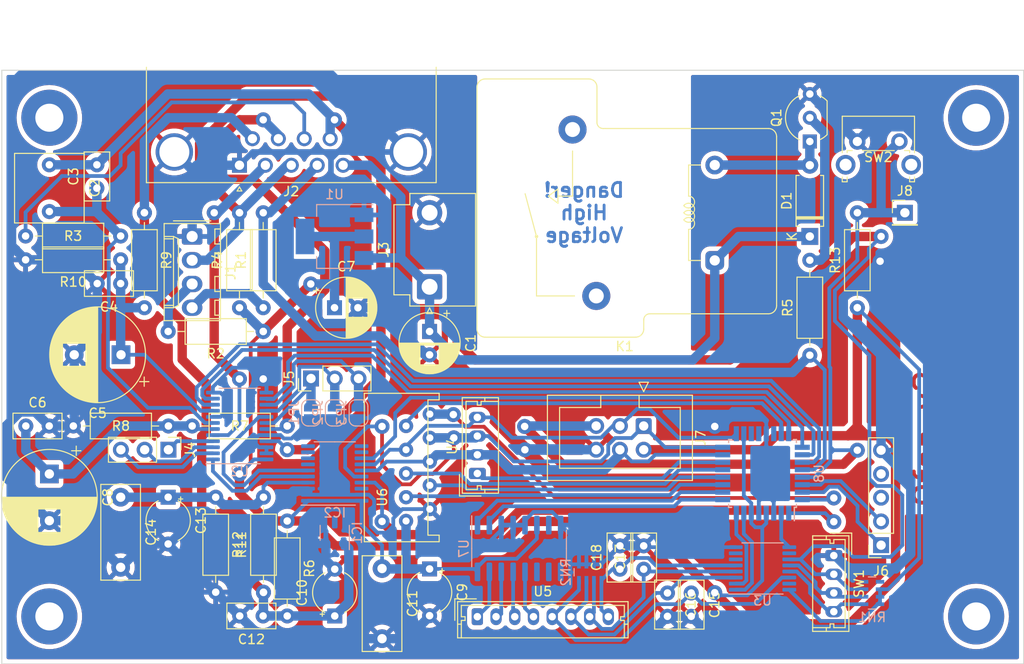
<source format=kicad_pcb>
(kicad_pcb (version 20211014) (generator pcbnew)
  (layers (0 "F.Cu" signal) (31 "B.Cu" signal) (34 "B.Paste" user) (35 "F.Paste" user) (36 "B.SilkS" user "B.Silkscreen") (37 "F.SilkS" user "F.Silkscreen") (38 "B.Mask" user) (39 "F.Mask" user) (44 "Edge.Cuts" user))
  (net 0 "")
  (net 1 "+12V")
  (net 2 "GND")
  (net 3 "+3.3V")
  (net 4 "Net-(C2-Pad1)")
  (net 5 "Net-(C2-Pad2)")
  (net 6 "Net-(C4-Pad1)")
  (net 7 "Net-(C10-Pad1)")
  (net 8 "Net-(C6-Pad1)")
  (net 9 "Net-(C13-Pad1)")
  (net 10 "Net-(C17-Pad1)")
  (net 11 "Net-(C15-Pad1)")
  (net 12 "Net-(C16-Pad1)")
  (net 13 "Net-(C18-Pad1)")
  (net 14 "Net-(D1-Pad2)")
  (net 15 "Net-(J1-Pad3)")
  (net 16 "Net-(J1-Pad4)")
  (net 17 "Net-(J2-Pad7)")
  (net 25 "Net-(IC2-Pad14)")
  (net 26 "Net-(IC2-Pad15)")
  (net 27 "Net-(IC2-Pad16)")
  (net 28 "Net-(IC2-Pad17)")
  (net 30 "Net-(J2-Pad8)")
  (net 31 "Net-(J5-Pad1)")
  (net 32 "Net-(J2-Pad2)")
  (net 33 "Net-(J5-Pad2)")
  (net 34 "Net-(J2-Pad4)")
  (net 35 "Net-(J5-Pad3)")
  (net 36 "Net-(J6-Pad1)")
  (net 37 "Net-(J6-Pad2)")
  (net 38 "Net-(J4-Pad1)")
  (net 39 "Net-(J4-Pad2)")
  (net 40 "Net-(J4-Pad3)")
  (net 44 "Net-(Q1-Pad2)")
  (net 46 "Net-(J7-Pad5)")
  (net 52 "Net-(U6-Pad10)")
  (net 53 "Net-(U5-Pad2)")
  (net 54 "Net-(U5-Pad1)")
  (net 55 "Net-(U5-Pad3)")
  (net 56 "Net-(U5-Pad4)")
  (net 60 "Net-(IC2-Pad5)")
  (net 61 "Net-(IC2-Pad6)")
  (net 66 "Net-(U8-Pad14)")
  (net 67 "Net-(U6-Pad3)")
  (net 68 "Net-(U8-Pad12)")
  (net 69 "Net-(U8-Pad13)")
  (net 70 "Net-(U8-Pad24)")
  (net 71 "Net-(U8-Pad23)")
  (net 72 "Net-(U8-Pad27)")
  (net 73 "Net-(U8-Pad26)")
  (net 74 "Net-(U8-Pad25)")
  (net 75 "Net-(U8-Pad7)")
  (net 76 "Net-(U8-Pad8)")
  (net 77 "Net-(U8-Pad2)")
  (net 79 "Net-(RN1-Pad2)")
  (net 80 "Net-(SW1-Pad4)")
  (net 81 "Net-(RN1-Pad3)")
  (net 82 "Net-(U8-Pad10)")
  (net 83 "Net-(U8-Pad9)")
  (footprint "Capacitor_THT:CP_Radial_Tantal_D4.5mm_P5.00mm" (layer "F.Cu") (at 162.585 134.57 90)
    (fp_text reference "C10")
    (fp_text value "10µ")
  )
  (footprint "Resistor_THT:R_Axial_DIN0207_L6.3mm_D2.5mm_P10.16mm_Horizontal" (layer "F.Cu") (at 213.36 106.68 90)
    (fp_text reference "R5")
    (fp_text value "470")
  )
  (footprint "Connector_Molex:Molex_Micro-Latch_53253-0470_1x04_P2.00mm_Vertical" (layer "F.Cu") (at 177.825 119.33 90)
    (fp_text reference "U4")
    (fp_text value "SD_card")
  )
  (footprint "Capacitor_THT:C_Rect_L7.2mm_W7.2mm_P5.00mm_FKS2_FKP2_MKS2_MKP2" (layer "F.Cu") (at 132.08 86.3125 -90)
    (fp_text reference "C2")
    (fp_text value "3,3µ")
  )
  (footprint "Button_Switch_THT:SW_Tactile_SPST_Angled_PTS645Vx83-2LFS" (layer "F.Cu") (at 218.44 83.82)
    (fp_text reference "SW2")
    (fp_text value "RST")
  )
  (footprint "Connector_IDC:IDC-Header_2x03_P2.54mm_Vertical" (layer "F.Cu") (at 195.605 114.25 -90)
    (fp_text reference "J7")
    (fp_text value "ISP")
  )
  (footprint "Capacitor_THT:CP_Radial_Tantal_D4.5mm_P5.00mm" (layer "F.Cu") (at 172.72 129.54 -90)
    (fp_text reference "C9")
    (fp_text value "10µ")
  )
  (footprint "Resistor_THT:R_Axial_DIN0207_L6.3mm_D2.5mm_P10.16mm_Horizontal" (layer "F.Cu") (at 142.24 91.44 -90)
    (fp_text reference "R9")
    (fp_text value "27k")
  )
  (footprint "Capacitor_THT:CP_Radial_Tantal_D4.5mm_P5.00mm" (layer "F.Cu") (at 144.78 121.87 -90)
    (fp_text reference "C13")
    (fp_text value "10µ")
  )
  (footprint "Connector_PinHeader_2.54mm:PinHeader_1x03_P2.54mm_Vertical" (layer "F.Cu") (at 144.805 116.79 -90)
    (fp_text reference "J4")
    (fp_text value "CH0")
  )
  (footprint "Capacitor_THT:C_Disc_D5.0mm_W2.5mm_P2.50mm" (layer "F.Cu") (at 200.685 132.11 -90)
    (fp_text reference "C15")
    (fp_text value "22n")
  )
  (footprint "Capacitor_THT:C_Disc_D5.0mm_W2.5mm_P2.50mm" (layer "F.Cu") (at 154.925 134.57 180)
    (fp_text reference "C12")
    (fp_text value "22n")
  )
  (footprint "Capacitor_THT:CP_Radial_D10.0mm_P5.00mm" (layer "F.Cu") (at 132.08 119.38 -90)
    (fp_text reference "C8")
    (fp_text value "470µ")
  )
  (footprint "Connector_PinHeader_2.54mm:PinHeader_1x01_P2.54mm_Vertical" (layer "F.Cu") (at 223.52 91.44)
    (fp_text reference "J8")
    (fp_text value "RST")
  )
  (footprint "Resistor_THT:R_Axial_DIN0207_L6.3mm_D2.5mm_P10.16mm_Horizontal" (layer "F.Cu") (at 147.345 114.25)
    (fp_text reference "R7")
    (fp_text value "3,9k")
  )
  (footprint "Capacitor_THT:C_Rect_L10.0mm_W4.0mm_P7.50mm_MKS4" (layer "F.Cu") (at 167.64 129.5 -90)
    (fp_text reference "C11")
    (fp_text value "100n")
  )
  (footprint "Capacitor_THT:C_Rect_L10.0mm_W4.0mm_P7.50mm_MKS4" (layer "F.Cu") (at 139.7 121.87 -90)
    (fp_text reference "C14")
    (fp_text value "100n")
  )
  (footprint "Resistor_THT:R_Axial_DIN0207_L6.3mm_D2.5mm_P10.16mm_Horizontal" (layer "F.Cu") (at 157.505 124.41 -90)
    (fp_text reference "R6")
    (fp_text value "470")
  )
  (footprint "Capacitor_THT:C_Disc_D5.0mm_W2.5mm_P2.50mm" (layer "F.Cu") (at 137.16 88.8125 90)
    (fp_text reference "C3")
    (fp_text value "22n")
  )
  (footprint "Resistor_THT:R_Axial_DIN0207_L6.3mm_D2.5mm_P10.16mm_Horizontal" (layer "F.Cu") (at 139.7 93.9325 180)
    (fp_text reference "R3")
    (fp_text value "15k")
  )
  (footprint "Resistor_THT:R_Axial_DIN0207_L6.3mm_D2.5mm_P10.16mm_Horizontal" (layer "F.Cu") (at 154.965 132.03 90)
    (fp_text reference "R11")
    (fp_text value "3,3k")
  )
  (footprint "Resistor_THT:R_Axial_DIN0207_L6.3mm_D2.5mm_P10.16mm_Horizontal" (layer "F.Cu") (at 139.7 96.4725 180)
    (fp_text reference "R10")
    (fp_text value "1,2k")
  )
  (footprint "Resistor_THT:R_Axial_DIN0207_L6.3mm_D2.5mm_P10.16mm_Horizontal" (layer "F.Cu") (at 154.94 104.14 180)
    (fp_text reference "R2")
    (fp_text value "68")
  )
  (footprint "Capacitor_THT:C_Disc_D5.0mm_W2.5mm_P2.50mm" (layer "F.Cu") (at 198.145 132.11 -90)
    (fp_text reference "C16")
    (fp_text value "22n")
  )
  (footprint "Relay_THT:Relay_SPST_RAYEX-L90AS" (layer "F.Cu") (at 205.74 91.44 180)
    (fp_text reference "K1")
    (fp_text value "HF2160-1A-12DE")
  )
  (footprint "Resistor_THT:R_Axial_DIN0207_L6.3mm_D2.5mm_P10.16mm_Horizontal" (layer "F.Cu") (at 134.645 114.25)
    (fp_text reference "R8")
    (fp_text value "180")
  )
  (footprint "Capacitor_THT:C_Disc_D5.0mm_W2.5mm_P2.50mm" (layer "F.Cu") (at 193.065 129.57 90)
    (fp_text reference "C18")
    (fp_text value "22n")
  )
  (footprint "Connector_Dsub:DSUB-9_Female_Horizontal_P2.77x2.84mm_EdgePinOffset7.70mm_Housed_MountingHolesOffset9.12mm" (layer "F.Cu") (at 152.4 86.36 180)
    (fp_text reference "J2")
    (fp_text value "DB9_Female_MountingHoles")
  )
  (footprint "Capacitor_THT:C_Disc_D5.0mm_W2.5mm_P2.50mm" (layer "F.Cu") (at 129.565 114.25)
    (fp_text reference "C6")
    (fp_text value "22n")
  )
  (footprint "Resistor_THT:R_Axial_DIN0207_L6.3mm_D2.5mm_P10.16mm_Horizontal" (layer "F.Cu") (at 218.44 101.6 90)
    (fp_text reference "R13")
    (fp_text value "2,2k")
  )
  (footprint "Capacitor_THT:CP_Radial_D6.3mm_P2.50mm" (layer "F.Cu") (at 162.56 101.6)
    (fp_text reference "C7")
    (fp_text value "100µ")
  )
  (footprint "Capacitor_THT:C_Disc_D5.0mm_W2.5mm_P2.50mm" (layer "F.Cu") (at 139.7 99.0125 180)
    (fp_text reference "C4")
    (fp_text value "22n")
  )
  (footprint "Package_TO_SOT_THT:TO-92_Inline_Wide" (layer "F.Cu") (at 213.36 83.82 90)
    (fp_text reference "Q1")
    (fp_text value "BC337")
  )
  (footprint "Capacitor_THT:CP_Radial_D10.0mm_P5.00mm" (layer "F.Cu") (at 139.74 106.6325 180)
    (fp_text reference "C5")
    (fp_text value "470µ")
  )
  (footprint "Capacitor_THT:CP_Radial_D6.3mm_P2.50mm" (layer "F.Cu") (at 172.72 104.14 -90)
    (fp_text reference "C1")
    (fp_text value "100µ")
  )
  (footprint "Resistor_THT:R_Axial_DIN0207_L6.3mm_D2.5mm_P10.16mm_Horizontal" (layer "F.Cu") (at 154.94 101.6 90)
    (fp_text reference "R1")
    (fp_text value "68")
  )
  (footprint "ofen_v2:ribbon_1x10_horizontal" (layer "F.Cu") (at 170.205 119.33 90)
    (fp_text reference "U6")
    (fp_text value "ILI9488")
  )
  (footprint "Connector_PinSocket_2.54mm:PinSocket_1x05_P2.54mm_Vertical" (layer "F.Cu") (at 220.98 127 180)
    (fp_text reference "J6")
    (fp_text value "UART")
  )
  (footprint "Resistor_THT:R_Axial_DIN0207_L6.3mm_D2.5mm_P10.16mm_Horizontal" (layer "F.Cu") (at 149.86 121.87 -90)
    (fp_text reference "R12")
    (fp_text value "6,8k")
  )
  (footprint "Diode_THT:D_A-405_P7.62mm_Horizontal" (layer "F.Cu") (at 213.36 93.98 90)
    (fp_text reference "D1")
    (fp_text value "D")
  )
  (footprint "Resistor_THT:R_Axial_DIN0207_L6.3mm_D2.5mm_P10.16mm_Horizontal" (layer "F.Cu") (at 152.4 101.6 90)
    (fp_text reference "R4")
    (fp_text value "68")
  )
  (footprint "Connector_Molex:Molex_KK-254_AE-6410-04A_1x04_P2.54mm_Vertical" (layer "F.Cu") (at 147.34 93.98 -90)
    (fp_text reference "J1")
    (fp_text value "LEDs")
  )
  (footprint "Connector_PinHeader_2.54mm:PinHeader_1x03_P2.54mm_Vertical" (layer "F.Cu") (at 160.045 109.17 90)
    (fp_text reference "J5")
    (fp_text value "CH1")
  )
  (footprint "Capacitor_THT:C_Disc_D5.0mm_W2.5mm_P2.50mm" (layer "F.Cu") (at 195.605 129.57 90)
    (fp_text reference "C17")
    (fp_text value "22n")
  )
  (footprint "Connector_Molex:Molex_Micro-Latch_53253-0470_1x04_P2.00mm_Vertical" (layer "F.Cu") (at 215.925 128.11 -90)
    (fp_text reference "SW1")
    (fp_text value "SW_Coded")
  )
  (footprint "Connector_JST:JST_VH_B2P3-VH_1x02_P7.92mm_Vertical" (layer "F.Cu") (at 172.72 99.36 90)
    (fp_text reference "J3")
    (fp_text value "12VDC")
  )
  (footprint "Connector_Molex:Molex_Micro-Latch_53253-0870_1x08_P2.00mm_Vertical" (layer "F.Cu") (at 177.825 134.65)
    (fp_text reference "U5")
    (fp_text value "Keypad_4x4")
  )
  (footprint "Resistor_SMD:R_Array_Concave_4x0603" (layer "B.Cu") (at 220.015 132.115)
    (fp_text reference "RN1")
    (fp_text value "223")
  )
  (footprint "Package_SO:TSSOP-20_4.4x6.5mm_P0.65mm" (layer "B.Cu") (at 162.585 119.33)
    (fp_text reference "IC2")
    (fp_text value "MCP3461")
  )
  (footprint "Package_TO_SOT_SMD:SOT-23-3" (layer "B.Cu") (at 162.585 125.68 90)
    (fp_text reference "IC1")
    (fp_text value "TS4061BILT-1.225")
  )
  (footprint "Package_TO_SOT_SMD:SOT-223-3_TabPin2" (layer "B.Cu") (at 162.56 93.98 180)
    (fp_text reference "U1")
    (fp_text value "CYT8117T33")
  )
  (footprint "Resistor_SMD:R_Array_Concave_4x0603" (layer "B.Cu") (at 189.885 129.895 -90)
    (fp_text reference "RN2")
    (fp_text value "223")
  )
  (footprint "Package_QFP:TQFP-32_7x7mm_P0.8mm" (layer "B.Cu") (at 208.305 119.33 90)
    (fp_text reference "U8")
    (fp_text value "ATmega328P")
  )
  (footprint "Package_SO:SOP-16_3.9x9.9mm_P1.27mm" (layer "B.Cu") (at 182.285 127.355 -90)
    (fp_text reference "U7")
    (fp_text value "74HC238")
  )
  (footprint "Package_SO:TSSOP-24_4.4x7.8mm_P0.65mm" (layer "B.Cu") (at 152.425 114.25)
    (fp_text reference "U2")
    (fp_text value "CD4097B")
  )
  (footprint "Jumper:SolderJumper-2_P1.3mm_Open_RoundedPad1.0x1.5mm" (layer "B.Cu") (at 162.585 112.849998 -90)
    (fp_text reference "JP2")
    (fp_text value "Y6")
  )
  (footprint "Jumper:SolderJumper-2_P1.3mm_Open_RoundedPad1.0x1.5mm" (layer "B.Cu") (at 160.045 112.849998 -90)
    (fp_text reference "JP1")
    (fp_text value "Y5")
  )
  (footprint "Package_SO:TSSOP-16_4.4x5mm_P0.65mm" (layer "B.Cu") (at 208.305 129.49)
    (fp_text reference "U3")
    (fp_text value "74HC165")
  )
  (footprint "Jumper:SolderJumper-2_P1.3mm_Open_RoundedPad1.0x1.5mm" (layer "B.Cu") (at 165.125 112.849998 -90)
    (fp_text reference "JP3")
    (fp_text value "Y7")
  )
  (gr_line (start 236.22 76.2) (end 236.22 139.7) (layer "Edge.Cuts") (width 0.1))
  (gr_line (start 236.22 139.7) (end 127 139.7) (layer "Edge.Cuts") (width 0.1))
  (gr_line (start 127 139.7) (end 127 76.2) (layer "Edge.Cuts") (width 0.1))
  (gr_line (start 127 76.2) (end 236.22 76.2) (layer "Edge.Cuts") (width 0.1))
  (gr_text "Ofen v2.1\nNoah Rullmann\nMärz 2023" (at 229.87 123.19 90) (layer "F.Cu") (effects (font (size 2.5 2.5) (thickness 0.4)) (justify left)))
  (gr_text "Danger!\nHigh\nVoltage" (at 189.23 91.44) (layer "B.Cu") (effects (font (size 1.5 1.5) (thickness 0.3)) (justify mirror)))
  (via (at 132.08 81.28) (size 6) (drill 3) (layers "F.Cu" "B.Cu") (net 0))
  (via (at 231.14 134.62) (size 6) (drill 3) (layers "F.Cu" "B.Cu") (net 0))
  (via (at 231.14 81.28) (size 6) (drill 3) (layers "F.Cu" "B.Cu") (net 0))
  (via (at 132.08 134.62) (size 6) (drill 3) (layers "F.Cu" "B.Cu") (net 0))
  (segment (start 165.71 96.28) (end 167.88 96.28) (width 1) (layer "B.Cu") (net 1))
  (segment (start 169.64 89.761325) (end 169.64 96.28) (width 1) (layer "B.Cu") (net 1))
  (segment (start 172.72 104.14) (end 175.76 107.18) (width 1) (layer "B.Cu") (net 1))
  (segment (start 167.88 96.28) (end 169.64 96.28) (width 1) (layer "B.Cu") (net 1))
  (segment (start 213.36 93.98) (end 205.76 93.98) (width 1) (layer "B.Cu") (net 1))
  (segment (start 166.238675 86.36) (end 163.48 86.36) (width 1) (layer "B.Cu") (net 1))
  (segment (start 205.76 93.98) (end 203.2 96.54) (width 1) (layer "B.Cu") (net 1))
  (segment (start 175.76 107.18) (end 200.867108 107.18) (width 1) (layer "B.Cu") (net 1))
  (segment (start 172.72 99.36) (end 172.72 104.14) (width 1) (layer "B.Cu") (net 1))
  (segment (start 169.64 96.28) (end 172.72 99.36) (width 1) (layer "B.Cu") (net 1))
  (segment (start 200.867108 107.18) (end 203.2 104.847108) (width 1) (layer "B.Cu") (net 1))
  (segment (start 203.2 104.847108) (end 203.2 96.54) (width 1) (layer "B.Cu") (net 1))
  (segment (start 169.64 89.761325) (end 166.238675 86.36) (width 1) (layer "B.Cu") (net 1))
  (segment (start 182.358679 112.7) (end 181.38 113.678679) (width 1) (layer "F.Cu") (net 2))
  (segment (start 156.883679 118.29) (end 154.94 116.346321) (width 1) (layer "F.Cu") (net 2))
  (segment (start 203.2 114.3) (end 201.6 112.7) (width 1) (layer "F.Cu") (net 2))
  (segment (start 181.38 115.265) (end 182.905 116.79) (width 1) (layer "F.Cu") (net 2))
  (segment (start 159.894088 118.29) (end 156.883679 118.29) (width 1) (layer "F.Cu") (net 2))
  (segment (start 182.358679 112.7) (end 181.176679 111.518) (width 1) (layer "F.Cu") (net 2))
  (segment (start 217.67 96.63) (end 220.87 96.63) (width 1) (layer "F.Cu") (net 2))
  (segment (start 201.6 112.7) (end 217.67 96.63) (width 1) (layer "F.Cu") (net 2))
  (segment (start 154.94 116.346321) (end 154.94 109.22) (width 1) (layer "F.Cu") (net 2))
  (segment (start 201.6 112.7) (end 182.358679 112.7) (width 1) (layer "F.Cu") (net 2))
  (segment (start 166.666088 111.518) (end 159.894088 118.29) (width 1) (layer "F.Cu") (net 2))
  (segment (start 181.38 113.678679) (end 181.38 115.265) (width 1) (layer "F.Cu") (net 2))
  (segment (start 181.176679 111.518) (end 166.666088 111.518) (width 1) (layer "F.Cu") (net 2))
  (via (at 203.2 114.3) (size 1.6) (drill 0.8) (layers "F.Cu" "B.Cu") (net 2))
  (via (at 154.94 109.22) (size 1.6) (drill 0.8) (layers "F.Cu" "B.Cu") (net 2))
  (via (at 182.905 116.79) (size 1.6) (drill 0.8) (layers "F.Cu" "B.Cu") (net 2))
  (via (at 220.87 96.63) (size 1.6) (drill 0.8) (layers "F.Cu" "B.Cu") (net 2))
  (segment (start 200.685 134.61) (end 202.085 136.01) (width 1) (layer "B.Cu") (net 2))
  (segment (start 163.68 84.94) (end 170.44 84.94) (width 0.6) (layer "B.Cu") (net 2))
  (segment (start 191.085 129.045) (end 188.685 129.045) (width 0.4) (layer "B.Cu") (net 2))
  (segment (start 220.98 116.84) (end 220.98 106.68) (width 1) (layer "B.Cu") (net 2))
  (segment (start 162.585 121.315) (end 162.875 121.605) (width 0.4) (layer "B.Cu") (net 2))
  (segment (start 150.7 111.017893) (end 150.7 112.932107) (width 0.4) (layer "B.Cu") (net 2))
  (segment (start 134.66 96.4725) (end 137.2 99.0125) (width 1) (layer "B.Cu") (net 2))
  (segment (start 134.645 106.7275) (end 134.74 106.6325) (width 1) (layer "B.Cu") (net 2))
  (segment (start 176.605 127) (end 172.745 123.14) (width 0.4) (layer "B.Cu") (net 2))
  (segment (start 195.795 127.215) (end 195.58 127) (width 0.4) (layer "B.Cu") (net 2))
  (segment (start 162.875 121.605) (end 165.4475 121.605) (width 0.4) (layer "B.Cu") (net 2))
  (segment (start 153.74 108.02) (end 151.621421 108.02) (width 0.4) (layer "B.Cu") (net 2))
  (segment (start 155.2875 115.225) (end 156.788528 115.225) (width 0.4) (layer "B.Cu") (net 2))
  (segment (start 157.71 91.38) (end 162.5 91.38) (width 1) (layer "B.Cu") (net 2))
  (segment (start 150.7 112.932107) (end 150.357107 113.275) (width 0.4) (layer "B.Cu") (net 2))
  (segment (start 137.2 104.1725) (end 134.74 106.6325) (width 1) (layer "B.Cu") (net 2))
  (segment (start 161.635 128.62) (end 162.585 129.57) (width 1) (layer "B.Cu") (net 2))
  (segment (start 149.5625 110.078921) (end 149.5625 110.675) (width 0.4) (layer "B.Cu") (net 2))
  (segment (start 166.242107 121.605) (end 166.791472 122.154365) (width 0.4) (layer "B.Cu") (net 2))
  (segment (start 216.94 100.56) (end 220.87 96.63) (width 1) (layer "B.Cu") (net 2))
  (segment (start 209.505 123.58) (end 209.505 122.38) (width 0.4) (layer "B.Cu") (net 2))
  (segment (start 162.5 91.38) (end 165.41 91.38) (width 1) (layer "B.Cu") (net 2))
  (segment (start 162.585 121.315) (end 162.535 121.315) (width 0.4) (layer "B.Cu") (net 2))
  (segment (start 134.74 106.6325) (end 134.74 114.155) (width 1) (layer "B.Cu") (net 2))
  (segment (start 188.685 126.81) (end 186.73 124.855) (width 0.4) (layer "B.Cu") (net 2))
  (segment (start 128.04 77.7) (end 129.04 76.7) (width 1) (layer "B.Cu") (net 2))
  (segment (start 171.39 138.05) (end 194.705 138.05) (width 1) (layer "B.Cu") (net 2))
  (segment (start 220.98 106.68) (end 216.94 102.64) (width 1) (layer "B.Cu") (net 2))
  (segment (start 166.791472 122.154365) (end 166.791472 123.611472) (width 0.4) (layer "B.Cu") (net 2))
  (segment (start 154.94 109.22) (end 153.74 108.02) (width 0.4) (layer "B.Cu") (net 2))
  (segment (start 158.17 121.205) (end 159.7225 121.205) (width 1) (layer "B.Cu") (net 2))
  (segment (start 130.565 112.75) (end 132.065 114.25) (width 1) (layer "B.Cu") (net 2))
  (segment (start 166.791472 123.611472) (end 166.44 123.962943) (width 0.4) (layer "B.Cu") (net 2))
  (segment (start 156.005 125.525) (end 146.255 125.525) (width 1) (layer "B.Cu") (net 2))
  (segment (start 207.243 112.418) (end 205.082 112.418) (width 0.4) (layer "B.Cu") (net 2))
  (segment (start 147.34 93.98) (end 147.34 86.84) (width 1) (layer "B.Cu") (net 2))
  (segment (start 220.87 96.63) (end 225.95 96.63) (width 1) (layer "B.Cu") (net 2))
  (segment (start 153.82 84.94) (end 152.4 86.36) (width 0.6) (layer "B.Cu") (net 2))
  (segment (start 157.71 99.75) (end 161.251472 103.291472) (width 1) (layer "B.Cu") (net 2))
  (segment (start 156.005 123.37) (end 156.005 125.525) (width 1) (layer "B.Cu") (net 2))
  (segment (start 172.98 91.18) (end 172.72 91.44) (width 1) (layer "B.Cu") (net 2))
  (segment (start 193.065 127.07) (end 193.06 127.07) (width 0.4) (layer "B.Cu") (net 2))
  (segment (start 213.36 78.74) (end 218.44 83.82) (width 1) (layer "B.Cu") (net 2))
  (segment (start 155.2875 110.675) (end 155.2875 109.5675) (width 0.4) (layer "B.Cu") (net 2))
  (segment (start 161.635 126.8175) (end 161.635 128.62) (width 1) (layer "B.Cu") (net 2))
  (segment (start 182.92 124.855) (end 182.92 124.347183) (width 0.4) (layer "B.Cu") (net 2))
  (segment (start 193.065 127.07) (end 195.605 127.07) (width 1) (layer "B.Cu") (net 2))
  (segment (start 209.505 122.38) (end 209.045 121.92) (width 0.4) (layer "B.Cu") (net 2))
  (segment (start 180.38 124.855) (end 180.38 125.362817) (width 0.4) (layer "B.Cu") (net 2))
  (segment (start 152.425 134.57) (end 154.855 137) (width 1) (layer "B.Cu") (net 2))
  (segment (start 128.04 94.9725) (end 128.04 77.7) (width 1) (layer "B.Cu") (net 2))
  (segment (start 134.74 114.155) (end 134.645 114.25) (width 1) (layer "B.Cu") (net 2))
  (segment (start 166.44 123.962943) (end 166.44 124.957057) (width 0.4) (layer "B.Cu") (net 2))
  (segment (start 220.015 82.245) (end 218.44 83.82) (width 1) (layer "B.Cu") (net 2))
  (segment (start 144.78 126.87) (end 142.2 126.87) (width 1) (layer "B.Cu") (net 2))
  (segment (start 132.08 124.38) (end 134.71 124.38) (width 1) (layer "B.Cu") (net 2))
  (segment (start 216.94 102.64) (end 216.94 100.56) (width 1) (layer "B.Cu") (net 2))
  (segment (start 220.98 116.84) (end 224.15 120.01) (width 1) (layer "B.Cu") (net 2))
  (segment (start 156.005 125.525) (end 157.2975 126.8175) (width 1) (layer "B.Cu") (net 2))
  (segment (start 129.04 76.7) (end 162.2 76.7) (width 1) (layer "B.Cu") (net 2))
  (segment (start 162.585 121.315) (end 162.585 113.499998) (width 0.4) (layer "B.Cu") (net 2))
  (segment (start 161.44 84.94) (end 163.68 84.94) (width 0.6) (layer "B.Cu") (net 2))
  (segment (start 172.72 134.62) (end 172.72 134.54) (width 1) (layer "B.Cu") (net 2))
  (segment (start 170.34 137) (end 171.39 138.05) (width 1) (layer "B.Cu") (net 2))
  (segment (start 162.2 76.7) (end 170.44 84.94) (width 1) (layer "B.Cu") (net 2))
  (segment (start 168.84 124.957057) (end 168.84 124.131683) (width 0.4) (layer "B.Cu") (net 2))
  (segment (start 151.621421 108.02) (end 149.5625 110.078921) (width 0.4) (layer "B.Cu") (net 2))
  (segment (start 147.34 86.84) (end 145.44 84.94) (width 1) (layer "B.Cu") (net 2))
  (segment (start 155.2875 116.525) (end 154.492893 116.525) (width 0.4) (layer "B.Cu") (net 2))
  (segment (start 155.2875 109.5675) (end 154.94 109.22) (width 0.4) (layer "B.Cu") (net 2))
  (segment (start 162.18 91.06) (end 162.18 85.68) (width 0.6) (layer "B.Cu") (net 2))
  (segment (start 137.2 99.0125) (end 137.2 104.1725) (width 1) (layer "B.Cu") (net 2))
  (segment (start 182.92 124.855) (end 180.38 124.855) (width 0.4) (layer "B.Cu") (net 2))
  (segment (start 222.53 129.54) (end 217.493478 129.54) (width 1) (layer "B.Cu") (net 2))
  (segment (start 168.84 124.131683) (end 169.831683 123.14) (width 0.4) (layer "B.Cu") (net 2))
  (segment (start 158.17 121.205) (end 156.005 123.37) (width 1) (layer "B.Cu") (net 2))
  (segment (start 134.71 124.38) (end 139.7 129.37) (width 1) (layer "B.Cu") (net 2))
  (segment (start 154.855 137) (end 167.64 137) (width 1) (layer "B.Cu") (net 2))
  (segment (start 144.78 126.95) (end 149.86 132.03) (width 1) (layer "B.Cu") (net 2))
  (segment (start 167.64 137) (end 170.34 137) (width 1) (layer "B.Cu") (net 2))
  (segment (start 205.4425 127.215) (end 195.795 127.215) (width 0.4) (layer "B.Cu") (net 2))
  (segment (start 154.15 116.182107) (end 154.15 115.567893) (width 0.4) (layer "B.Cu") (net 2))
  (segment (start 217.493478 129.54) (end 216.063478 128.11) (width 1) (layer "B.Cu") (net 2))
  (segment (start 168.137057 125.66) (end 168.84 124.957057) (width 0.4) (layer "B.Cu") (net 2))
  (segment (start 224.15 127.92) (end 222.53 129.54) (width 1) (layer "B.Cu") (net 2))
  (segment (start 162.245 121.605) (end 162.875 121.605) (width 0.4) (layer "B.Cu") (net 2))
  (segment (start 225.95 96.63) (end 225.95 84.602613) (width 1) (layer "B.Cu") (net 2))
  (segment (start 167.142943 125.66) (end 168.137057 125.66) (width 0.4) (layer "B.Cu") (net 2))
  (segment (start 156.788528 115.225) (end 157.153528 115.59) (width 0.4) (layer "B.Cu") (net 2))
  (segment (start 208.705 113.88) (end 207.243 112.418) (width 0.4) (layer "B.Cu") (net 2))
  (segment (start 160.045 113.499998) (end 165.125 113.499998) (width 1) (layer "B.Cu") (net 2))
  (segment (start 186.73 124.347183) (end 185.822817 123.44) (width 0.4) (layer "B.Cu") (net 2))
  (segment (start 166.44 124.957057) (end 167.142943 125.66) (width 0.4) (layer "B.Cu") (net 2))
  (segment (start 207.905 122.295) (end 207.905 123.58) (width 0.4) (layer "B.Cu") (net 2))
  (segment (start 182.92 124.347183) (end 183.827183 123.44) (width 0.4) (layer "B.Cu") (net 2))
  (segment (start 165.41 91.38) (end 165.71 91.68) (width 1) (layer "B.Cu") (net 2))
  (segment (start 152.4 86.36) (end 147.82 86.36) (width 1) (layer "B.Cu") (net 2))
  (segment (start 205.082 112.418) (end 203.2 114.3) (width 0.4) (layer "B.Cu") (net 2))
  (segment (start 188.685 129.045) (end 188.685 126.81) (width 0.4) (layer "B.Cu") (net 2))
  (segment (start 152.4 134.57) (end 149.86 132.03) (width 1) (layer "B.Cu") (net 2))
  (segment (start 144.78 127) (end 146.255 125.525) (width 1) (layer "B.Cu") (net 2))
  (segment (start 162.92 84.94) (end 163.68 84.94) (width 0.6) (layer "B.Cu") (net 2))
  (segment (start 208.705 115.08) (end 208.705 121.92) (width 0.4) (layer "B.Cu") (net 2))
  (segment (start 157.2975 126.8175) (end 161.635 126.8175) (width 1) (layer "B.Cu") (net 2))
  (segment (start 154.492893 115.225) (end 155.2875 115.225) (width 0.4) (layer "B.Cu") (net 2))
  (segment (start 129.54 96.4725) (end 128.04 94.9725) (width 1) (layer "B.Cu") (net 2))
  (segment (start 127.5 119.8) (end 127.5 114.193679) (width 1) (layer "B.Cu") (net 2))
  (segment (start 142.2 126.87) (end 139.7 129.37) (width 1) (layer "B.Cu") (net 2))
  (segment (start 208.28 121.92) (end 207.905 122.295) (width 0.4) (layer "B.Cu") (net 2))
  (segment (start 157.153528 115.59) (end 157.954998 115.59) (width 0.4) (layer "B.Cu") (net 2))
  (segment (start 164.499898 103.291472) (end 165.06 102.73137) (width 1) (layer "B.Cu") (net 2))
  (segment (start 162.5 91.38) (end 162.18 91.06) (width 0.6) (layer "B.Cu") (net 2))
  (segment (start 167.18 101.6) (end 172.22 106.64) (width 1) (layer "B.Cu") (net 2))
  (segment (start 194.705 138.05) (end 198.145 134.61) (width 1) (layer "B.Cu") (net 2))
  (segment (start 157.954998 115.59) (end 160.045 113.499998) (width 0.4) (layer "B.Cu") (net 2))
  (segment (start 198.145 134.61) (end 200.685 134.61) (width 1) (layer "B.Cu") (net 2))
  (segment (start 127.5 114.193679) (end 128.943679 112.75) (width 1) (layer "B.Cu") (net 2))
  (segment (start 202.085 136.01) (end 220.22 136.01) (width 1) (layer "B.Cu") (net 2))
  (segment (start 128.943679 112.75) (end 130.565 112.75) (width 1) (layer "B.Cu") (net 2))
  (segment (start 195.58 127.045) (end 195.605 127.07) (width 0.4) (layer "B.Cu") (net 2))
  (segment (start 172.22 106.64) (end 172.72 106.64) (width 1) (layer "B.Cu") (net 2))
  (segment (start 165.06 102.73137) (end 165.06 101.6) (width 1) (layer "B.Cu") (net 2))
  (segment (start 209.045 121.92) (end 208.28 121.92) (width 0.4) (layer "B.Cu") (net 2))
  (segment (start 208.705 115.08) (end 208.705 113.88) (width 0.4) (layer "B.Cu") (net 2))
  (segment (start 157.71 99.75) (end 157.71 91.38) (width 1) (layer "B.Cu") (net 2))
  (segment (start 147.82 86.36) (end 147.34 86.84) (width 1) (layer "B.Cu") (net 2))
  (segment (start 223.592387 82.245) (end 220.015 82.245) (width 1) (layer "B.Cu") (net 2))
  (segment (start 178.742817 127) (end 176.605 127) (width 0.4) (layer "B.Cu") (net 2))
  (segment (start 132.08 124.38) (end 127.5 119.8) (width 1) (layer "B.Cu") (net 2))
  (segment (start 220.22 136.01) (end 225.95 130.28) (width 1) (layer "B.Cu") (net 2))
  (segment (start 150.357107 113.275) (end 149.5625 113.275) (width 0.4) (layer "B.Cu") (net 2))
  (segment (start 162.18 85.68) (end 162.92 84.94) (width 0.6) (layer "B.Cu") (net 2))
  (segment (start 195.58 127) (end 195.58 127.045) (width 0.4) (layer "B.Cu") (net 2))
  (segment (start 182.905 116.79) (end 190.525 116.79) (width 1) (layer "B.Cu") (net 2))
  (segment (start 170.34 137) (end 172.72 134.62) (width 1) (layer "B.Cu") (net 2))
  (segment (start 154.15 115.567893) (end 154.492893 115.225) (width 0.4) (layer "B.Cu") (net 2))
  (segment (start 165.4475 121.605) (end 166.242107 121.605) (width 0.4) (layer "B.Cu") (net 2))
  (segment (start 154.492893 116.525) (end 154.15 116.182107) (width 0.4) (layer "B.Cu") (net 2))
  (segment (start 153.82 84.94) (end 161.44 84.94) (width 0.6) (layer "B.Cu") (net 2))
  (segment (start 159.7225 121.605) (end 162.245 121.605) (width 0.4) (layer "B.Cu") (net 2))
  (segment (start 225.95 130.28) (end 225.95 96.63) (width 1) (layer "B.Cu") (net 2))
  (segment (start 152.425 134.57) (end 152.4 134.57) (width 1) (layer "B.Cu") (net 2))
  (segment (start 224.15 120.01) (end 224.15 127.92) (width 1) (layer "B.Cu") (net 2))
  (segment (start 193.06 127.07) (end 191.085 129.045) (width 0.4) (layer "B.Cu") (net 2))
  (segment (start 169.831683 123.14) (end 172.745 123.14) (width 0.4) (layer "B.Cu") (net 2))
  (segment (start 161.251472 103.291472) (end 164.499898 103.291472) (width 1) (layer "B.Cu") (net 2))
  (segment (start 129.54 96.4725) (end 134.66 96.4725) (width 1) (layer "B.Cu") (net 2))
  (segment (start 165.06 101.6) (end 167.18 101.6) (width 1) (layer "B.Cu") (net 2))
  (segment (start 216.063478 128.11) (end 215.925 128.11) (width 1) (layer "B.Cu") (net 2))
  (segment (start 144.78 126.87) (end 144.78 126.95) (width 1) (layer "B.Cu") (net 2))
  (segment (start 180.38 125.362817) (end 178.742817 127) (width 0.4) (layer "B.Cu") (net 2))
  (segment (start 186.73 124.855) (end 186.73 124.347183) (width 0.4) (layer "B.Cu") (net 2))
  (segment (start 134.645 114.25) (end 132.065 114.25) (width 1) (layer "B.Cu") (net 2))
  (segment (start 150.357107 110.675) (end 150.7 111.017893) (width 0.4) (layer "B.Cu") (net 2))
  (segment (start 155.2875 116.525) (end 155.2875 117.175) (width 0.4) (layer "B.Cu") (net 2))
  (segment (start 225.95 84.602613) (end 223.592387 82.245) (width 1) (layer "B.Cu") (net 2))
  (segment (start 185.822817 123.44) (end 183.827183 123.44) (width 0.4) (layer "B.Cu") (net 2))
  (segment (start 162.535 121.315) (end 162.245 121.605) (width 0.4) (layer "B.Cu") (net 2))
  (segment (start 149.5625 110.675) (end 150.357107 110.675) (width 0.4) (layer "B.Cu") (net 2))
  (segment (start 180.268 127.072) (end 182.88 124.46) (width 1) (layer "F.Cu") (net 3))
  (segment (start 219.43 115.29) (end 221.622032 115.29) (width 1) (layer "F.Cu") (net 3))
  (segment (start 222.53 116.197968) (end 222.53 130.53) (width 1) (layer "F.Cu") (net 3))
  (segment (start 162.632 127.072) (end 180.268 127.072) (width 1) (layer "F.Cu") (net 3))
  (segment (start 195.605 116.79) (end 208.23 116.79) (width 1) (layer "F.Cu") (net 3))
  (segment (start 153.6 105.48) (end 154.94 104.14) (width 0.4) (layer "F.Cu") (net 3))
  (segment (start 218.44 114.3) (end 217.45 115.29) (width 1) (layer "F.Cu") (net 3))
  (segment (start 157.505 124.41) (end 155.383679 124.41) (width 1) (layer "F.Cu") (net 3))
  (segment (start 206.53 135.41) (end 203.2 132.08) (width 1) (layer "F.Cu") (net 3))
  (segment (start 222.53 130.53) (end 217.65 135.41) (width 1) (layer "F.Cu") (net 3))
  (segment (start 208.23 116.79) (end 209.73 115.29) (width 1) (layer "F.Cu") (net 3))
  (segment (start 217.45 115.29) (end 219.43 115.29) (width 1) (layer "F.Cu") (net 3))
  (segment (start 217.65 135.41) (end 206.53 135.41) (width 1) (layer "F.Cu") (net 3))
  (segment (start 218.44 114.3) (end 219.43 115.29) (width 1) (layer "F.Cu") (net 3))
  (segment (start 153.6 118.18) (end 153.6 105.48) (width 0.4) (layer "F.Cu") (net 3))
  (segment (start 195.58 124.46) (end 203.2 132.08) (width 1) (layer "F.Cu") (net 3))
  (segment (start 218.44 101.6) (end 218.44 114.3) (width 1) (layer "F.Cu") (net 3))
  (segment (start 152.4 119.38) (end 153.6 118.18) (width 0.4) (layer "F.Cu") (net 3))
  (segment (start 159.97 124.41) (end 162.632 127.072) (width 1) (layer "F.Cu") (net 3))
  (segment (start 221.622032 115.29) (end 222.53 116.197968) (width 1) (layer "F.Cu") (net 3))
  (segment (start 155.383679 124.41) (end 152.4 121.426321) (width 1) (layer "F.Cu") (net 3))
  (segment (start 209.73 115.29) (end 217.45 115.29) (width 1) (layer "F.Cu") (net 3))
  (segment (start 182.88 124.46) (end 195.58 124.46) (width 1) (layer "F.Cu") (net 3))
  (segment (start 157.505 124.41) (end 159.97 124.41) (width 1) (layer "F.Cu") (net 3))
  (segment (start 152.4 121.426321) (end 152.4 119.38) (width 1) (layer "F.Cu") (net 3))
  (segment (start 160.02 99.06) (end 154.94 104.14) (width 1) (layer "F.Cu") (net 3))
  (via (at 152.4 119.38) (size 1.6) (drill 0.8) (layers "F.Cu" "B.Cu") (net 3))
  (via (at 160.02 99.06) (size 1.6) (drill 0.8) (layers "F.Cu" "B.Cu") (net 3))
  (via (at 154.94 104.14) (size 1.6) (drill 0.8) (layers "F.Cu" "B.Cu") (net 3))
  (via (at 218.44 101.6) (size 1.6) (drill 0.8) (layers "F.Cu" "B.Cu") (net 3))
  (via (at 195.605 116.79) (size 1.6) (drill 0.8) (layers "F.Cu" "B.Cu") (net 3))
  (via (at 203.2 132.08) (size 1.6) (drill 0.8) (layers "F.Cu" "B.Cu") (net 3))
  (segment (start 184.19 126.292817) (end 184.19 124.855) (width 0.4) (layer "B.Cu") (net 3))
  (segment (start 220.865 133.065) (end 220.865 131.715) (width 0.4) (layer "B.Cu") (net 3))
  (segment (start 206.684163 132.365) (end 203.485 132.365) (width 0.4) (layer "B.Cu") (net 3))
  (segment (start 153.955 117.825) (end 152.4 119.38) (width 0.4) (layer "B.Cu") (net 3))
  (segment (start 167.68 129.54) (end 167.64 129.5) (width 1) (layer "B.Cu") (net 3))
  (segment (start 207.105 124.655) (end 207.105 123.58) (width 0.4) (layer "B.Cu") (net 3))
  (segment (start 152.4 101.6) (end 154.94 104.14) (width 1) (layer "B.Cu") (net 3))
  (segment (start 178.732183 128.455) (end 182.027817 128.455) (width 0.4) (layer "B.Cu") (net 3))
  (segment (start 206.305 121.705) (end 207.105 122.505) (width 0.4) (layer "B.Cu") (net 3))
  (segment (start 167.64 127.005585) (end 167.64 129.5) (width 0.4) (layer "B.Cu") (net 3))
  (segment (start 170.205 129.515) (end 170.18 129.54) (width 1) (layer "B.Cu") (net 3))
  (segment (start 170.18 129.54) (end 167.68 129.54) (width 1) (layer "B.Cu") (net 3))
  (segment (start 208.276557 130.772606) (end 206.684163 132.365) (width 0.4) (layer "B.Cu") (net 3))
  (segment (start 208.705 124.655) (end 208.276557 125.083443) (width 0.4) (layer "B.Cu") (net 3))
  (segment (start 206.305 115.08) (end 206.305 121.705) (width 0.4) (layer "B.Cu") (net 3))
  (segment (start 155.2875 117.825) (end 153.955 117.825) (width 0.4) (layer "B.Cu") (net 3))
  (segment (start 159.7225 122.255) (end 165.4475 122.255) (width 0.4) (layer "B.Cu") (net 3))
  (segment (start 220.865 131.715) (end 221.715 131.715) (width 0.4) (layer "B.Cu") (net 3))
  (segment (start 165.4475 122.255) (end 165.4475 124.813085) (width 0.4) (layer "B.Cu") (net 3))
  (segment (start 162.56 99.06) (end 162.56 93.98) (width 1) (layer "B.Cu") (net 3))
  (segment (start 165.4475 124.813085) (end 167.64 127.005585) (width 0.4) (layer "B.Cu") (net 3))
  (segment (start 157.5675 124.41) (end 159.7225 122.255) (width 0.4) (layer "B.Cu") (net 3))
  (segment (start 225.05 128.38) (end 225.05 108.21) (width 0.4) (layer "B.Cu") (net 3))
  (segment (start 172.72 129.54) (end 177.525 129.54) (width 0.4) (layer "B.Cu") (net 3))
  (segment (start 157.505 124.41) (end 157.5675 124.41) (width 0.4) (layer "B.Cu") (net 3))
  (segment (start 165.71 93.98) (end 159.41 93.98) (width 1) (layer "B.Cu") (net 3))
  (segment (start 218.82 135.11) (end 220.865 133.065) (width 0.4) (layer "B.Cu") (net 3))
  (segment (start 172.72 129.54) (end 170.18 129.54) (width 1) (layer "B.Cu") (net 3))
  (segment (start 208.276557 125.083443) (end 207.533443 125.083443) (width 0.4) (layer "B.Cu") (net 3))
  (segment (start 177.525 129.54) (end 177.84 129.855) (width 0.4) (layer "B.Cu") (net 3))
  (segment (start 170.205 124.41) (end 170.205 129.515) (width 1) (layer "B.Cu") (net 3))
  (segment (start 207.533443 125.083443) (end 207.105 124.655) (width 0.4) (layer "B.Cu") (net 3))
  (segment (start 177.84 129.347183) (end 178.732183 128.455) (width 0.4) (layer "B.Cu") (net 3))
  (segment (start 221.715 131.715) (end 225.05 128.38) (width 0.4) (layer "B.Cu") (net 3))
  (segment (start 225.05 108.21) (end 218.44 101.6) (width 0.4) (layer "B.Cu") (net 3))
  (segment (start 162.56 99.06) (end 160.02 99.06) (width 1) (layer "B.Cu") (net 3))
  (segment (start 177.84 129.855) (end 177.84 129.347183) (width 0.4) (layer "B.Cu") (net 3))
  (segment (start 208.705 123.58) (end 208.705 124.655) (width 0.4) (layer "B.Cu") (net 3))
  (segment (start 207.105 122.505) (end 207.105 123.58) (width 0.4) (layer "B.Cu") (net 3))
  (segment (start 208.276557 125.083443) (end 208.276557 130.772606) (width 0.4) (layer "B.Cu") (net 3))
  (segment (start 214.5125 135.11) (end 218.82 135.11) (width 0.4) (layer "B.Cu") (net 3))
  (segment (start 162.56 101.6) (end 162.56 99.06) (width 1) (layer "B.Cu") (net 3))
  (segment (start 203.485 132.365) (end 203.2 132.08) (width 0.4) (layer "B.Cu") (net 3))
  (segment (start 211.1675 131.765) (end 214.5125 135.11) (width 0.4) (layer "B.Cu") (net 3))
  (segment (start 182.027817 128.455) (end 184.19 126.292817) (width 0.4) (layer "B.Cu") (net 3))
  (segment (start 159.697032 116.79) (end 167.52 108.967032) (width 1) (layer "F.Cu") (net 4))
  (segment (start 167.52 86.458675) (end 162.56 81.498675) (width 1) (layer "F.Cu") (net 4))
  (segment (start 157.505 116.79) (end 159.697032 116.79) (width 1) (layer "F.Cu") (net 4))
  (segment (start 167.52 108.967032) (end 167.52 86.458675) (width 1) (layer "F.Cu") (net 4))
  (via (at 157.505 116.79) (size 1.6) (drill 0.8) (layers "F.Cu" "B.Cu") (net 4))
  (via (at 162.56 81.498675) (size 1.6) (drill 0.8) (layers "F.Cu" "B.Cu") (net 4))
  (segment (start 162.095 81.033675) (end 162.095 83.52) (width 1) (layer "B.Cu") (net 4))
  (segment (start 155.2875 115.875) (end 156.59 115.875) (width 0.4) (layer "B.Cu") (net 4))
  (segment (start 156.59 115.875) (end 157.505 116.79) (width 0.4) (layer "B.Cu") (net 4))
  (segment (start 144.7325 78.74) (end 159.801325 78.74) (width 1) (layer "B.Cu") (net 4))
  (segment (start 159.801325 78.74) (end 162.095 81.033675) (width 1) (layer "B.Cu") (net 4))
  (segment (start 132.08 86.3125) (end 137.16 86.3125) (width 1) (layer "B.Cu") (net 4))
  (segment (start 137.16 86.3125) (end 144.7325 78.74) (width 1) (layer "B.Cu") (net 4))
  (segment (start 148.717058 113.925) (end 147.102058 112.31) (width 0.4) (layer "B.Cu") (net 5))
  (segment (start 137.08 91.3125) (end 132.08 91.3125) (width 1) (layer "B.Cu") (net 5))
  (segment (start 138.43 95.2025) (end 139.7 93.9325) (width 0.4) (layer "B.Cu") (net 5))
  (segment (start 137.16 88.8125) (end 137.16 91.3925) (width 1) (layer "B.Cu") (net 5))
  (segment (start 149.5625 113.925) (end 148.717058 113.925) (width 0.4) (layer "B.Cu") (net 5))
  (segment (start 137.16 91.3925) (end 137.08 91.3125) (width 1) (layer "B.Cu") (net 5))
  (segment (start 142.6175 112.31) (end 138.34 108.0325) (width 0.4) (layer "B.Cu") (net 5))
  (segment (start 138.34 102.0125) (end 138.43 101.9225) (width 0.4) (layer "B.Cu") (net 5))
  (segment (start 138.34 108.0325) (end 138.34 102.0125) (width 0.4) (layer "B.Cu") (net 5))
  (segment (start 138.43 101.9225) (end 138.43 95.2025) (width 0.4) (layer "B.Cu") (net 5))
  (segment (start 137.16 91.3925) (end 139.7 93.9325) (width 1) (layer "B.Cu") (net 5))
  (segment (start 147.102058 112.31) (end 142.6175 112.31) (width 0.4) (layer "B.Cu") (net 5))
  (segment (start 148.265585 112.625) (end 147.350585 111.71) (width 0.4) (layer "B.Cu") (net 6))
  (segment (start 149.5625 112.625) (end 148.265585 112.625) (width 0.4) (layer "B.Cu") (net 6))
  (segment (start 139.7 101.6) (end 139.7 106.5925) (width 1) (layer "B.Cu") (net 6))
  (segment (start 139.7 96.4725) (end 139.7 99.0125) (width 1) (layer "B.Cu") (net 6))
  (segment (start 142.24 101.6) (end 139.7 101.6) (width 1) (layer "B.Cu") (net 6))
  (segment (start 139.7 99.0125) (end 139.7 101.6) (width 1) (layer "B.Cu") (net 6))
  (segment (start 147.350585 111.71) (end 147.345 111.71) (width 0.4) (layer "B.Cu") (net 6))
  (segment (start 142.2675 106.6325) (end 139.74 106.6325) (width 0.4) (layer "B.Cu") (net 6))
  (segment (start 147.345 111.71) (end 142.2675 106.6325) (width 0.4) (layer "B.Cu") (net 6))
  (segment (start 139.7 106.5925) (end 139.74 106.6325) (width 1) (layer "B.Cu") (net 6))
  (segment (start 148.845 109.705) (end 146.28 107.14) (width 1) (layer "F.Cu") (net 7))
  (segment (start 142.24 99.06) (end 142.24 91.44) (width 1) (layer "F.Cu") (net 7))
  (segment (start 148.36 115.356321) (end 148.845 114.871321) (width 1) (layer "F.Cu") (net 7))
  (segment (start 148.845 114.871321) (end 148.845 109.705) (width 1) (layer "F.Cu") (net 7))
  (segment (start 154.965 132.03) (end 148.36 125.425) (width 1) (layer "F.Cu") (net 7))
  (segment (start 146.28 107.14) (end 146.28 103.1) (width 1) (layer "F.Cu") (net 7))
  (segment (start 146.28 103.1) (end 142.24 99.06) (width 1) (layer "F.Cu") (net 7))
  (segment (start 148.36 125.425) (end 148.36 115.356321) (width 1) (layer "F.Cu") (net 7))
  (via (at 142.24 91.44) (size 1.6) (drill 0.8) (layers "F.Cu" "B.Cu") (net 7))
  (via (at 154.965 132.055) (size 1.6) (drill 0.8) (layers "F.Cu" "B.Cu") (net 7))
  (segment (start 151.545 81.28) (end 144.78 81.28) (width 1) (layer "B.Cu") (net 7))
  (segment (start 157.505 134.57) (end 162.585 134.57) (width 1) (layer "B.Cu") (net 7))
  (segment (start 164.085 127.3675) (end 163.535 126.8175) (width 1) (layer "B.Cu") (net 7))
  (segment (start 144.78 81.28) (end 142.24 83.82) (width 1) (layer "B.Cu") (net 7))
  (segment (start 164.085 133.07) (end 164.085 127.3675) (width 1) (layer "B.Cu") (net 7))
  (segment (start 142.24 83.82) (end 142.24 91.44) (width 1) (layer "B.Cu") (net 7))
  (segment (start 154.965 132.03) (end 154.965 132.055) (width 1) (layer "B.Cu") (net 7))
  (segment (start 154.925 134.57) (end 157.505 134.57) (width 1) (layer "B.Cu") (net 7))
  (segment (start 153.785 83.52) (end 151.545 81.28) (width 1) (layer "B.Cu") (net 7))
  (segment (start 154.965 134.53) (end 154.925 134.57) (width 1) (layer "B.Cu") (net 7))
  (segment (start 162.585 134.57) (end 164.085 133.07) (width 1) (layer "B.Cu") (net 7))
  (segment (start 154.965 132.055) (end 154.965 134.53) (width 1) (layer "B.Cu") (net 7))
  (segment (start 147.67 114.575) (end 147.345 114.25) (width 0.4) (layer "B.Cu") (net 8))
  (segment (start 144.805 114.25) (end 139.725 114.25) (width 1) (layer "B.Cu") (net 8))
  (segment (start 134.595 119.38) (end 139.725 114.25) (width 1) (layer "B.Cu") (net 8))
  (segment (start 129.565 114.25) (end 129.565 116.865) (width 1) (layer "B.Cu") (net 8))
  (segment (start 147.345 114.25) (end 144.805 114.25) (width 1) (layer "B.Cu") (net 8))
  (segment (start 149.5625 114.575) (end 147.67 114.575) (width 0.4) (layer "B.Cu") (net 8))
  (segment (start 132.08 119.38) (end 134.595 119.38) (width 1) (layer "B.Cu") (net 8))
  (segment (start 129.565 116.865) (end 132.08 119.38) (width 1) (layer "B.Cu") (net 8))
  (segment (start 144.78 121.87) (end 139.7 121.87) (width 1) (layer "B.Cu") (net 9))
  (segment (start 154.165001 122.669999) (end 150.659999 122.669999) (width 1) (layer "B.Cu") (net 9))
  (segment (start 159.7225 120.305) (end 155.39863 120.305) (width 0.4) (layer "B.Cu") (net 9))
  (segment (start 154.965 121.87) (end 154.165001 122.669999) (width 1) (layer "B.Cu") (net 9))
  (segment (start 150.659999 122.669999) (end 149.86 121.87) (width 1) (layer "B.Cu") (net 9))
  (segment (start 149.86 121.87) (end 144.78 121.87) (width 1) (layer "B.Cu") (net 9))
  (segment (start 154.965 120.73863) (end 154.965 121.87) (width 0.4) (layer "B.Cu") (net 9))
  (segment (start 155.39863 120.305) (end 154.965 120.73863) (width 0.4) (layer "B.Cu") (net 9))
  (segment (start 190.285 130.745) (end 190.285 134.19) (width 0.4) (layer "B.Cu") (net 10))
  (segment (start 192.239214 135.95) (end 191.125 135.95) (width 0.4) (layer "B.Cu") (net 10))
  (segment (start 191.125 135.95) (end 189.825 134.65) (width 0.4) (layer "B.Cu") (net 10))
  (segment (start 195.605 129.57) (end 195.605 132.584214) (width 0.4) (layer "B.Cu") (net 10))
  (segment (start 195.85 129.815) (end 195.605 129.57) (width 0.4) (layer "B.Cu") (net 10))
  (segment (start 195.605 132.584214) (end 192.239214 135.95) (width 0.4) (layer "B.Cu") (net 10))
  (segment (start 190.285 134.19) (end 189.825 134.65) (width 0.4) (layer "B.Cu") (net 10))
  (segment (start 205.4425 129.815) (end 195.85 129.815) (width 0.4) (layer "B.Cu") (net 10))
  (segment (start 188.685 131.79) (end 185.825 134.65) (width 0.4) (layer "B.Cu") (net 11))
  (segment (start 188.685 130.745) (end 188.685 131.79) (width 0.4) (layer "B.Cu") (net 11))
  (segment (start 188.325 137.15) (end 193.105 137.15) (width 0.4) (layer "B.Cu") (net 11))
  (segment (start 196.945 133.31) (end 199.485 133.31) (width 0.4) (layer "B.Cu") (net 11))
  (segment (start 193.105 137.15) (end 196.945 133.31) (width 0.4) (layer "B.Cu") (net 11))
  (segment (start 201.855 133.28) (end 200.685 132.11) (width 0.4) (layer "B.Cu") (net 11))
  (segment (start 207.557893 133.28) (end 201.855 133.28) (width 0.4) (layer "B.Cu") (net 11))
  (segment (start 210.372893 130.465) (end 207.557893 133.28) (width 0.4) (layer "B.Cu") (net 11))
  (segment (start 185.825 134.65) (end 188.325 137.15) (width 0.4) (layer "B.Cu") (net 11))
  (segment (start 199.485 133.31) (end 200.685 132.11) (width 0.4) (layer "B.Cu") (net 11))
  (segment (start 211.1675 130.465) (end 210.372893 130.465) (width 0.4) (layer "B.Cu") (net 11))
  (segment (start 189.725 136.55) (end 192.487742 136.55) (width 0.4) (layer "B.Cu") (net 12))
  (segment (start 187.825 134.65) (end 189.725 136.55) (width 0.4) (layer "B.Cu") (net 12))
  (segment (start 192.487742 136.55) (end 196.927742 132.11) (width 0.4) (layer "B.Cu") (net 12))
  (segment (start 189.485 130.745) (end 189.485 132.99) (width 0.4) (layer "B.Cu") (net 12))
  (segment (start 205.4425 130.465) (end 199.79 130.465) (width 0.4) (layer "B.Cu") (net 12))
  (segment (start 199.79 130.465) (end 198.145 132.11) (width 0.4) (layer "B.Cu") (net 12))
  (segment (start 196.927742 132.11) (end 198.145 132.11) (width 0.4) (layer "B.Cu") (net 12))
  (segment (start 189.485 132.99) (end 187.825 134.65) (width 0.4) (layer "B.Cu") (net 12))
  (segment (start 194.265 128.37) (end 193.065 129.57) (width 0.4) (layer "B.Cu") (net 13))
  (segment (start 193.065 129.57) (end 192.26 129.57) (width 0.4) (layer "B.Cu") (net 13))
  (segment (start 196.102057 128.37) (end 194.265 128.37) (width 0.4) (layer "B.Cu") (net 13))
  (segment (start 192.26 129.57) (end 191.085 130.745) (width 0.4) (layer "B.Cu") (net 13))
  (segment (start 191.085 130.745) (end 191.085 133.91) (width 0.4) (layer "B.Cu") (net 13))
  (segment (start 196.897057 129.165) (end 196.102057 128.37) (width 0.4) (layer "B.Cu") (net 13))
  (segment (start 205.4425 129.165) (end 196.897057 129.165) (width 0.4) (layer "B.Cu") (net 13))
  (segment (start 191.085 133.91) (end 191.825 134.65) (width 0.4) (layer "B.Cu") (net 13))
  (segment (start 213.36 83.82) (end 213.36 86.36) (width 1) (layer "B.Cu") (net 14))
  (segment (start 213.34 86.34) (end 213.36 86.36) (width 1) (layer "B.Cu") (net 14))
  (segment (start 203.2 86.34) (end 213.34 86.34) (width 1) (layer "B.Cu") (net 14))
  (segment (start 147.34 99.06) (end 144.78 101.62) (width 1) (layer "B.Cu") (net 15))
  (segment (start 144.78 101.62) (end 144.78 104.14) (width 1) (layer "B.Cu") (net 15))
  (segment (start 154.94 101.6) (end 153.44 100.1) (width 1) (layer "B.Cu") (net 16))
  (segment (start 153.44 100.1) (end 148.84 100.1) (width 1) (layer "B.Cu") (net 16))
  (segment (start 148.84 100.1) (end 147.34 101.6) (width 1) (layer "B.Cu") (net 16))
  (segment (start 157.505 103.696321) (end 161.52 99.681321) (width 1) (layer "F.Cu") (net 17))
  (segment (start 150.9 87.86) (end 149.86 86.82) (width 1) (layer "F.Cu") (net 17))
  (segment (start 161.52 99.681321) (end 161.52 95.521321) (width 1) (layer "F.Cu") (net 17))
  (segment (start 149.86 86.82) (end 149.86 84.038675) (width 1) (layer "F.Cu") (net 17))
  (segment (start 157.505 114.25) (end 157.505 103.696321) (width 1) (layer "F.Cu") (net 17))
  (segment (start 161.52 95.521321) (end 153.858679 87.86) (width 1) (layer "F.Cu") (net 17))
  (segment (start 153.858679 87.86) (end 150.9 87.86) (width 1) (layer "F.Cu") (net 17))
  (segment (start 149.86 84.038675) (end 152.4 81.498675) (width 1) (layer "F.Cu") (net 17))
  (segment (start 152.4 81.498675) (end 154.94 81.498675) (width 1) (layer "F.Cu") (net 17))
  (via (at 157.505 114.25) (size 1.6) (drill 0.8) (layers "F.Cu" "B.Cu") (net 17))
  (via (at 154.94 81.498675) (size 1.6) (drill 0.8) (layers "F.Cu" "B.Cu") (net 17))
  (segment (start 155.2875 114.575) (end 157.18 114.575) (width 0.4) (layer "B.Cu") (net 17))
  (segment (start 156.555 83.113675) (end 154.94 81.498675) (width 1) (layer "B.Cu") (net 17))
  (segment (start 157.18 114.575) (end 157.505 114.25) (width 0.4) (layer "B.Cu") (net 17))
  (segment (start 191.042767 115.5) (end 181.54 115.5) (width 0.4) (layer "B.Cu") (net 25))
  (segment (start 205.505 115.08) (end 205.085 115.5) (width 0.4) (layer "B.Cu") (net 25))
  (segment (start 176.925 114.23) (end 177.825 113.33) (width 0.4) (layer "B.Cu") (net 25))
  (segment (start 181.54 115.5) (end 179.37 113.33) (width 0.4) (layer "B.Cu") (net 25))
  (segment (start 193.065 114.25) (end 192.292767 114.25) (width 0.4) (layer "B.Cu") (net 25))
  (segment (start 205.085 115.5) (end 199.32 115.5) (width 0.4) (layer "B.Cu") (net 25))
  (segment (start 194.897 112.418) (end 193.065 114.25) (width 0.4) (layer "B.Cu") (net 25))
  (segment (start 166.892107 118.355) (end 168.457107 116.79) (width 0.4) (layer "B.Cu") (net 25))
  (segment (start 168.457107 116.79) (end 170.205 116.79) (width 0.4) (layer "B.Cu") (net 25))
  (segment (start 179.37 113.33) (end 177.825 113.33) (width 0.4) (layer "B.Cu") (net 25))
  (segment (start 199.32 115.5) (end 196.238 112.418) (width 0.4) (layer "B.Cu") (net 25))
  (segment (start 172.391683 114.23) (end 176.925 114.23) (width 0.4) (layer "B.Cu") (net 25))
  (segment (start 192.292767 114.25) (end 191.042767 115.5) (width 0.4) (layer "B.Cu") (net 25))
  (segment (start 165.4475 118.355) (end 166.892107 118.355) (width 0.4) (layer "B.Cu") (net 25))
  (segment (start 170.205 116.416683) (end 172.391683 114.23) (width 0.4) (layer "B.Cu") (net 25))
  (segment (start 170.205 116.79) (end 170.205 116.416683) (width 0.4) (layer "B.Cu") (net 25))
  (segment (start 196.238 112.418) (end 194.897 112.418) (width 0.4) (layer "B.Cu") (net 25))
  (segment (start 167.166472 119.005) (end 168.111472 118.06) (width 0.4) (layer "B.Cu") (net 26))
  (segment (start 194.315 118.04) (end 193.065 116.79) (width 0.4) (layer "B.Cu") (net 26))
  (segment (start 196.832767 117.33) (end 196.122767 118.04) (width 0.4) (layer "B.Cu") (net 26))
  (segment (start 191.415559 118.94) (end 181.335 118.94) (width 1) (layer "B.Cu") (net 26))
  (segment (start 172.745 118.06) (end 173.475 117.33) (width 1) (layer "B.Cu") (net 26))
  (segment (start 173.475 117.33) (end 177.825 117.33) (width 1) (layer "B.Cu") (net 26))
  (segment (start 204.055 117.33) (end 196.832767 117.33) (width 0.4) (layer "B.Cu") (net 26))
  (segment (start 196.122767 118.04) (end 194.315 118.04) (width 0.4) (layer "B.Cu") (net 26))
  (segment (start 179.725 117.33) (end 177.825 117.33) (width 1) (layer "B.Cu") (net 26))
  (segment (start 193.065 116.79) (end 193.065 117.290559) (width 1) (layer "B.Cu") (net 26))
  (segment (start 168.111472 118.06) (end 172.745 118.06) (width 0.4) (layer "B.Cu") (net 26))
  (segment (start 193.065 117.290559) (end 191.415559 118.94) (width 1) (layer "B.Cu") (net 26))
  (segment (start 181.335 118.94) (end 179.725 117.33) (width 1) (layer "B.Cu") (net 26))
  (segment (start 165.4475 119.005) (end 167.166472 119.005) (width 0.4) (layer "B.Cu") (net 26))
  (segment (start 175.31 117.138317) (end 175.31 115.52) (width 0.4) (layer "F.Cu") (net 27))
  (segment (start 170.686317 120.492) (end 171.798317 119.38) (width 0.4) (layer "F.Cu") (net 27))
  (segment (start 167.64 114.3) (end 167.64 118.408317) (width 0.4) (layer "F.Cu") (net 27))
  (segment (start 169.723683 120.492) (end 170.686317 120.492) (width 0.4) (layer "F.Cu") (net 27))
  (segment (start 167.64 118.408317) (end 169.723683 120.492) (width 0.4) (layer "F.Cu") (net 27))
  (segment (start 173.068317 119.38) (end 175.31 117.138317) (width 0.4) (layer "F.Cu") (net 27))
  (segment (start 171.798317 119.38) (end 173.068317 119.38) (width 0.4) (layer "F.Cu") (net 27))
  (via (at 167.64 114.3) (size 1.6) (drill 0.8) (layers "F.Cu" "B.Cu") (net 27))
  (via (at 175.31 115.52) (size 1.6) (drill 0.8) (layers "F.Cu" "B.Cu") (net 27))
  (segment (start 191.815 117.267767) (end 191.042767 118.04) (width 0.4) (layer "B.Cu") (net 27))
  (segment (start 172.745 115.52) (end 175.31 115.52) (width 1) (layer "B.Cu") (net 27))
  (segment (start 177.635 115.52) (end 177.825 115.33) (width 1) (layer "B.Cu") (net 27))
  (segment (start 163.694998 118.697105) (end 163.694998 116.712895) (width 0.4) (layer "B.Cu") (net 27))
  (segment (start 164.652893 119.655) (end 163.694998 118.697105) (width 0.4) (layer "B.Cu") (net 27))
  (segment (start 181.707792 118.04) (end 178.997792 115.33) (width 0.4) (layer "B.Cu") (net 27))
  (segment (start 175.31 115.52) (end 177.635 115.52) (width 1) (layer "B.Cu") (net 27))
  (segment (start 178.997792 115.33) (end 177.825 115.33) (width 0.4) (layer "B.Cu") (net 27))
  (segment (start 197.885 116.53) (end 204.055 116.53) (width 0.4) (layer "B.Cu") (net 27))
  (segment (start 191.042767 118.04) (end 181.707792 118.04) (width 0.4) (layer "B.Cu") (net 27))
  (segment (start 165.4475 119.655) (end 164.652893 119.655) (width 0.4) (layer "B.Cu") (net 27))
  (segment (start 195.605 114.25) (end 194.315 115.54) (width 0.4) (layer "B.Cu") (net 27))
  (segment (start 194.315 115.54) (end 192.547233 115.54) (width 0.4) (layer "B.Cu") (net 27))
  (segment (start 195.605 114.25) (end 197.885 116.53) (width 0.4) (layer "B.Cu") (net 27))
  (segment (start 191.815 116.272233) (end 191.815 117.267767) (width 0.4) (layer "B.Cu") (net 27))
  (segment (start 192.547233 115.54) (end 191.815 116.272233) (width 0.4) (layer "B.Cu") (net 27))
  (segment (start 166.107893 114.3) (end 167.64 114.3) (width 0.4) (layer "B.Cu") (net 27))
  (segment (start 163.694998 116.712895) (end 166.107893 114.3) (width 0.4) (layer "B.Cu") (net 27))
  (segment (start 214.695 123.26) (end 215.925 124.49) (width 1) (layer "F.Cu") (net 28))
  (segment (start 167.64 124.46) (end 169.052 125.872) (width 1) (layer "F.Cu") (net 28))
  (segment (start 179.770944 125.872) (end 182.382944 123.26) (width 1) (layer "F.Cu") (net 28))
  (segment (start 169.052 125.872) (end 179.770944 125.872) (width 1) (layer "F.Cu") (net 28))
  (segment (start 182.382944 123.26) (end 214.695 123.26) (width 1) (layer "F.Cu") (net 28))
  (via (at 215.925 124.49) (size 1.6) (drill 0.8) (layers "F.Cu" "B.Cu") (net 28))
  (via (at 167.64 124.46) (size 1.6) (drill 0.8) (layers "F.Cu" "B.Cu") (net 28))
  (segment (start 211.105 123.58) (end 215.015 123.58) (width 0.4) (layer "B.Cu") (net 28))
  (segment (start 166.867943 120.305) (end 167.64 121.077057) (width 0.4) (layer "B.Cu") (net 28))
  (segment (start 165.4475 120.305) (end 166.867943 120.305) (width 0.4) (layer "B.Cu") (net 28))
  (segment (start 215.015 123.58) (end 215.925 124.49) (width 0.4) (layer "B.Cu") (net 28))
  (segment (start 167.64 121.077057) (end 167.64 124.46) (width 0.4) (layer "B.Cu") (net 28))
  (segment (start 138.5475 87.5125) (end 133.42 87.5125) (width 0.4) (layer "B.Cu") (net 30))
  (segment (start 159.325 80.803675) (end 158.161325 79.64) (width 0.4) (layer "B.Cu") (net 30))
  (segment (start 145.147208 79.64) (end 139.7 85.087208) (width 0.4) (layer "B.Cu") (net 30))
  (segment (start 129.54 91.3925) (end 129.54 93.9325) (width 0.4) (layer "B.Cu") (net 30))
  (segment (start 159.325 83.52) (end 159.325 80.803675) (width 0.4) (layer "B.Cu") (net 30))
  (segment (start 139.7 86.36) (end 138.5475 87.5125) (width 0.4) (layer "B.Cu") (net 30))
  (segment (start 133.42 87.5125) (end 129.54 91.3925) (width 0.4) (layer "B.Cu") (net 30))
  (segment (start 158.161325 79.64) (end 145.147208 79.64) (width 0.4) (layer "B.Cu") (net 30))
  (segment (start 139.7 85.087208) (end 139.7 86.36) (width 0.4) (layer "B.Cu") (net 30))
  (segment (start 160.045 109.17) (end 160.045 112.199998) (width 1) (layer "B.Cu") (net 31))
  (segment (start 156.082107 113.925) (end 160.045 109.962107) (width 0.4) (layer "B.Cu") (net 31))
  (segment (start 155.2875 113.925) (end 156.082107 113.925) (width 0.4) (layer "B.Cu") (net 31))
  (segment (start 160.045 109.962107) (end 160.045 109.17) (width 0.4) (layer "B.Cu") (net 31))
  (segment (start 149.7 91.44) (end 149.7 106.52) (width 1) (layer "F.Cu") (net 32))
  (segment (start 149.7 106.52) (end 152.4 109.22) (width 1) (layer "F.Cu") (net 32))
  (via (at 152.4 109.22) (size 1.6) (drill 0.8) (layers "F.Cu" "B.Cu") (net 32))
  (via (at 149.7 91.44) (size 1.6) (drill 0.8) (layers "F.Cu" "B.Cu") (net 32))
  (segment (start 155.17 86.36) (end 150.09 91.44) (width 1) (layer "B.Cu") (net 32))
  (segment (start 151.207107 115.225) (end 152.4 114.032107) (width 0.4) (layer "B.Cu") (net 32))
  (segment (start 149.5625 115.225) (end 151.207107 115.225) (width 0.4) (layer "B.Cu") (net 32))
  (segment (start 152.4 114.032107) (end 152.4 109.22) (width 0.4) (layer "B.Cu") (net 32))
  (segment (start 150.09 91.44) (end 149.7 91.44) (width 1) (layer "B.Cu") (net 32))
  (segment (start 162.56 109.22) (end 162.585 109.195) (width 0.4) (layer "B.Cu") (net 33))
  (segment (start 162.585 109.195) (end 162.585 109.17) (width 0.4) (layer "B.Cu") (net 33))
  (segment (start 158.795 107.92) (end 161.26 107.92) (width 0.4) (layer "B.Cu") (net 33))
  (segment (start 161.26 107.92) (end 162.56 109.22) (width 0.4) (layer "B.Cu") (net 33))
  (segment (start 158.795 110.363579) (end 158.795 107.92) (width 0.4) (layer "B.Cu") (net 33))
  (segment (start 162.585 109.17) (end 162.585 112.199998) (width 1) (layer "B.Cu") (net 33))
  (segment (start 156.533579 112.625) (end 158.795 110.363579) (width 0.4) (layer "B.Cu") (net 33))
  (segment (start 155.2875 112.625) (end 156.533579 112.625) (width 0.4) (layer "B.Cu") (net 33))
  (segment (start 171.31832 108.518) (end 211.522 108.518) (width 1) (layer "B.Cu") (net 34))
  (segment (start 160.71 86.36) (end 155.63 91.44) (width 1) (layer "B.Cu") (net 34))
  (segment (start 212.555 118.93) (end 213.803528 118.93) (width 0.4) (layer "B.Cu") (net 34))
  (segment (start 167.42032 104.62) (end 171.31832 108.518) (width 1) (layer "B.Cu") (net 34))
  (segment (start 155.63 91.44) (end 154.94 91.44) (width 1) (layer "B.Cu") (net 34))
  (segment (start 211.522 108.518) (end 213.36 106.68) (width 1) (layer "B.Cu") (net 34))
  (segment (start 214.955 108.275) (end 213.36 106.68) (width 0.4) (layer "B.Cu") (net 34))
  (segment (start 154.94 91.44) (end 154.94 99.06) (width 1) (layer "B.Cu") (net 34))
  (segment (start 213.803528 118.93) (end 214.955 117.778528) (width 0.4) (layer "B.Cu") (net 34))
  (segment (start 160.5 104.62) (end 167.42032 104.62) (width 1) (layer "B.Cu") (net 34))
  (segment (start 214.955 117.778528) (end 214.955 108.275) (width 0.4) (layer "B.Cu") (net 34))
  (segment (start 154.94 99.06) (end 160.5 104.62) (width 1) (layer "B.Cu") (net 34))
  (segment (start 156.280635 111.975) (end 158.195 110.060635) (width 0.4) (layer "B.Cu") (net 35))
  (segment (start 158.195 107.671472) (end 158.546472 107.32) (width 0.4) (layer "B.Cu") (net 35))
  (segment (start 155.2875 111.975) (end 156.280635 111.975) (width 0.4) (layer "B.Cu") (net 35))
  (segment (start 158.195 110.060635) (end 158.195 107.671472) (width 0.4) (layer "B.Cu") (net 35))
  (segment (start 158.546472 107.32) (end 163.275 107.32) (width 0.4) (layer "B.Cu") (net 35))
  (segment (start 163.275 107.32) (end 165.125 109.17) (width 0.4) (layer "B.Cu") (net 35))
  (segment (start 165.125 109.17) (end 165.125 112.199998) (width 1) (layer "B.Cu") (net 35))
  (segment (start 218.465 122.792943) (end 218.465 124.485) (width 0.4) (layer "B.Cu") (net 36))
  (segment (start 214.847943 121.33) (end 215.427943 120.75) (width 0.4) (layer "B.Cu") (net 36))
  (segment (start 212.555 121.33) (end 214.847943 121.33) (width 0.4) (layer "B.Cu") (net 36))
  (segment (start 216.422057 120.75) (end 218.465 122.792943) (width 0.4) (layer "B.Cu") (net 36))
  (segment (start 218.465 124.485) (end 220.98 127) (width 0.4) (layer "B.Cu") (net 36))
  (segment (start 215.427943 120.75) (end 216.422057 120.75) (width 0.4) (layer "B.Cu") (net 36))
  (segment (start 212.555 120.53) (end 214.505 120.53) (width 0.4) (layer "B.Cu") (net 37))
  (segment (start 214.505 120.53) (end 214.885 120.15) (width 0.4) (layer "B.Cu") (net 37))
  (segment (start 214.885 120.15) (end 216.67 120.15) (width 0.4) (layer "B.Cu") (net 37))
  (segment (start 216.67 120.15) (end 220.98 124.46) (width 0.4) (layer "B.Cu") (net 37))
  (segment (start 149.5625 115.875) (end 145.72 115.875) (width 0.4) (layer "B.Cu") (net 38))
  (segment (start 145.72 115.875) (end 144.805 116.79) (width 0.4) (layer "B.Cu") (net 38))
  (segment (start 143.515 118.04) (end 142.265 116.79) (width 0.4) (layer "B.Cu") (net 39))
  (segment (start 146.095 118.04) (end 143.515 118.04) (width 0.4) (layer "B.Cu") (net 39))
  (segment (start 147.61 116.525) (end 146.095 118.04) (width 0.4) (layer "B.Cu") (net 39))
  (segment (start 149.5625 116.525) (end 147.61 116.525) (width 0.4) (layer "B.Cu") (net 39))
  (segment (start 146.343528 118.64) (end 141.575 118.64) (width 0.4) (layer "B.Cu") (net 40))
  (segment (start 147.808528 117.175) (end 146.343528 118.64) (width 0.4) (layer "B.Cu") (net 40))
  (segment (start 149.5625 117.175) (end 147.808528 117.175) (width 0.4) (layer "B.Cu") (net 40))
  (segment (start 141.575 118.64) (end 139.725 116.79) (width 0.4) (layer "B.Cu") (net 40))
  (segment (start 214.96 96.05137) (end 214.49137 96.52) (width 1) (layer "B.Cu") (net 44))
  (segment (start 214.96 82.88) (end 214.96 96.05137) (width 1) (layer "B.Cu") (net 44))
  (segment (start 214.49137 96.52) (end 213.36 96.52) (width 1) (layer "B.Cu") (net 44))
  (segment (start 213.36 81.28) (end 214.96 82.88) (width 1) (layer "B.Cu") (net 44))
  (segment (start 186.92 118.34) (end 182.88 114.3) (width 1) (layer "F.Cu") (net 46))
  (segment (start 218.44 116.84) (end 216.94 118.34) (width 1) (layer "F.Cu") (net 46))
  (segment (start 216.94 118.34) (end 186.92 118.34) (width 1) (layer "F.Cu") (net 46))
  (via (at 218.44 116.84) (size 1.6) (drill 0.8) (layers "F.Cu" "B.Cu") (net 46))
  (via (at 182.88 114.3) (size 1.6) (drill 0.8) (layers "F.Cu" "B.Cu") (net 46))
  (segment (start 218.44 116.84) (end 215.9 116.84) (width 0.4) (layer "B.Cu") (net 46))
  (segment (start 220.98 91.44) (end 218.44 91.44) (width 1) (layer "B.Cu") (net 46))
  (segment (start 215.9 116.84) (end 215.555 117.185) (width 0.4) (layer "B.Cu") (net 46))
  (segment (start 215.555 117.185) (end 215.555 116.495) (width 0.4) (layer "B.Cu") (net 46))
  (segment (start 215.44 99.52) (end 218.44 96.52) (width 0.4) (layer "B.Cu") (net 46))
  (segment (start 215.555 118.055) (end 213.88 119.73) (width 0.4) (layer "B.Cu") (net 46))
  (segment (start 220.98 91.44) (end 223.52 91.44) (width 1) (layer "B.Cu") (net 46))
  (segment (start 215.9 116.84) (end 215.555 116.495) (width 0.4) (layer "B.Cu") (net 46))
  (segment (start 218.44 96.52) (end 218.44 91.44) (width 0.4) (layer "B.Cu") (net 46))
  (segment (start 182.93 114.25) (end 182.88 114.3) (width 1) (layer "B.Cu") (net 46))
  (segment (start 190.5 114.25) (end 182.905 114.25) (width 1) (layer "B.Cu") (net 46))
  (segment (start 215.44 107.911472) (end 215.555 108.026472) (width 0.4) (layer "B.Cu") (net 46))
  (segment (start 215.44 99.52) (end 215.44 107.911472) (width 0.4) (layer "B.Cu") (net 46))
  (segment (start 213.88 119.73) (end 212.555 119.73) (width 0.4) (layer "B.Cu") (net 46))
  (segment (start 222.94 83.82) (end 220.98 85.78) (width 1) (layer "B.Cu") (net 46))
  (segment (start 215.555 108.026472) (end 215.555 116.84) (width 0.4) (layer "B.Cu") (net 46))
  (segment (start 215.555 118.055) (end 215.555 117.185) (width 0.4) (layer "B.Cu") (net 46))
  (segment (start 220.98 85.78) (end 220.98 91.44) (width 1) (layer "B.Cu") (net 46))
  (segment (start 186.159214 121.95) (end 178.539214 114.33) (width 0.4) (layer "F.Cu") (net 52))
  (segment (start 178.539214 114.33) (end 176.56 114.33) (width 0.4) (layer "F.Cu") (net 52))
  (segment (start 215.925 121.95) (end 186.159214 121.95) (width 0.4) (layer "F.Cu") (net 52))
  (segment (start 176.56 114.33) (end 175.26 113.03) (width 0.4) (layer "F.Cu") (net 52))
  (via (at 175.26 113.03) (size 1.6) (drill 0.8) (layers "F.Cu" "B.Cu") (net 52))
  (via (at 215.925 121.95) (size 1.6) (drill 0.8) (layers "F.Cu" "B.Cu") (net 52))
  (segment (start 215.745 122.13) (end 215.925 121.95) (width 0.4) (layer "B.Cu") (net 52))
  (segment (start 175.21 112.98) (end 175.26 113.03) (width 1) (layer "B.Cu") (net 52))
  (segment (start 172.745 112.98) (end 175.21 112.98) (width 1) (layer "B.Cu") (net 52))
  (segment (start 212.555 122.13) (end 215.745 122.13) (width 0.4) (layer "B.Cu") (net 52))
  (segment (start 180.38 134.34) (end 179.745 134.975) (width 0.4) (layer "B.Cu") (net 53))
  (segment (start 180.38 129.855) (end 180.38 134.34) (width 0.4) (layer "B.Cu") (net 53))
  (segment (start 179.11 129.855) (end 179.11 133.365) (width 0.4) (layer "B.Cu") (net 54))
  (segment (start 179.11 133.365) (end 177.825 134.65) (width 0.4) (layer "B.Cu") (net 54))
  (segment (start 181.760786 134.65) (end 181.825 134.65) (width 0.4) (layer "B.Cu") (net 55))
  (segment (start 181.65 129.855) (end 181.65 134.539214) (width 0.4) (layer "B.Cu") (net 55))
  (segment (start 181.65 134.539214) (end 181.760786 134.65) (width 0.4) (layer "B.Cu") (net 55))
  (segment (start 182.92 129.855) (end 182.92 133.745) (width 0.4) (layer "B.Cu") (net 56))
  (segment (start 182.92 133.745) (end 183.825 134.65) (width 0.4) (layer "B.Cu") (net 56))
  (segment (start 159.7225 119.655) (end 154.670585 119.655) (width 0.4) (layer "B.Cu") (net 60))
  (segment (start 151.654415 121.18) (end 149.5625 119.088085) (width 0.4) (layer "B.Cu") (net 60))
  (segment (start 154.670585 119.655) (end 153.145585 121.18) (width 0.4) (layer "B.Cu") (net 60))
  (segment (start 153.145585 121.18) (end 151.654415 121.18) (width 0.4) (layer "B.Cu") (net 60))
  (segment (start 149.5625 119.088085) (end 149.5625 117.825) (width 0.4) (layer "B.Cu") (net 60))
  (segment (start 154.472057 119.005) (end 152.897057 120.58) (width 0.4) (layer "B.Cu") (net 61))
  (segment (start 154.492893 113.275) (end 155.2875 113.275) (width 0.4) (layer "B.Cu") (net 61))
  (segment (start 150.7 119.377057) (end 150.7 117.067893) (width 0.4) (layer "B.Cu") (net 61))
  (segment (start 150.7 117.067893) (end 154.492893 113.275) (width 0.4) (layer "B.Cu") (net 61))
  (segment (start 151.902943 120.58) (end 150.7 119.377057) (width 0.4) (layer "B.Cu") (net 61))
  (segment (start 159.7225 119.005) (end 154.472057 119.005) (width 0.4) (layer "B.Cu") (net 61))
  (segment (start 152.897057 120.58) (end 151.902943 120.58) (width 0.4) (layer "B.Cu") (net 61))
  (segment (start 204.055 118.13) (end 199.345 118.13) (width 0.4) (layer "B.Cu") (net 66))
  (segment (start 178.335 119.84) (end 177.825 119.33) (width 0.4) (layer "B.Cu") (net 66))
  (segment (start 197.635 119.84) (end 178.335 119.84) (width 0.4) (layer "B.Cu") (net 66))
  (segment (start 199.345 118.13) (end 197.635 119.84) (width 0.4) (layer "B.Cu") (net 66))
  (segment (start 176.518705 121.64) (end 176.396705 121.762) (width 0.4) (layer "B.Cu") (net 67))
  (segment (start 176.396705 121.762) (end 170.338 121.762) (width 0.4) (layer "B.Cu") (net 67))
  (segment (start 170.338 121.762) (end 170.18 121.92) (width 0.4) (layer "B.Cu") (net 67))
  (segment (start 198.380584 121.64) (end 176.518705 121.64) (width 0.4) (layer "B.Cu") (net 67))
  (segment (start 199.490584 120.53) (end 198.380584 121.64) (width 0.4) (layer "B.Cu") (net 67))
  (segment (start 204.055 120.53) (end 199.490584 120.53) (width 0.4) (layer "B.Cu") (net 67))
  (segment (start 204.055 119.73) (end 199.442056 119.73) (width 0.4) (layer "B.Cu") (net 68))
  (segment (start 176.767233 121.04) (end 176.327233 120.6) (width 0.4) (layer "B.Cu") (net 68))
  (segment (start 176.327233 120.6) (end 172.745 120.6) (width 0.4) (layer "B.Cu") (net 68))
  (segment (start 198.132056 121.04) (end 176.767233 121.04) (width 0.4) (layer "B.Cu") (net 68))
  (segment (start 199.442056 119.73) (end 198.132056 121.04) (width 0.4) (layer "B.Cu") (net 68))
  (segment (start 204.055 118.93) (end 199.393528 118.93) (width 0.4) (layer "B.Cu") (net 69))
  (segment (start 175.905761 119.33) (end 170.205 119.33) (width 0.4) (layer "B.Cu") (net 69))
  (segment (start 199.393528 118.93) (end 197.883528 120.44) (width 0.4) (layer "B.Cu") (net 69))
  (segment (start 177.015761 120.44) (end 175.905761 119.33) (width 0.4) (layer "B.Cu") (net 69))
  (segment (start 197.883528 120.44) (end 177.015761 120.44) (width 0.4) (layer "B.Cu") (net 69))
  (segment (start 211.105 115.08) (end 211.105 113.831472) (width 0.4) (layer "B.Cu") (net 70))
  (segment (start 211.105 113.831472) (end 208.491528 111.218) (width 0.4) (layer "B.Cu") (net 70))
  (segment (start 208.491528 111.218) (end 170.697 111.218) (width 0.4) (layer "B.Cu") (net 70))
  (segment (start 166.693579 117.705) (end 165.4475 117.705) (width 0.4) (layer "B.Cu") (net 70))
  (segment (start 169.043 112.872) (end 169.043 115.355579) (width 0.4) (layer "B.Cu") (net 70))
  (segment (start 169.043 115.355579) (end 166.693579 117.705) (width 0.4) (layer "B.Cu") (net 70))
  (segment (start 170.697 111.218) (end 169.043 112.872) (width 0.4) (layer "B.Cu") (net 70))
  (segment (start 170.205 113.876683) (end 170.205 114.25) (width 0.4) (layer "B.Cu") (net 71))
  (segment (start 172.263683 111.818) (end 170.205 113.876683) (width 0.4) (layer "B.Cu") (net 71))
  (segment (start 208.243 111.818) (end 172.263683 111.818) (width 0.4) (layer "B.Cu") (net 71))
  (segment (start 210.305 115.08) (end 210.305 113.88) (width 0.4) (layer "B.Cu") (net 71))
  (segment (start 210.305 113.88) (end 208.243 111.818) (width 0.4) (layer "B.Cu") (net 71))
  (segment (start 214.355 117.53) (end 214.355 114.535888) (width 0.4) (layer "B.Cu") (net 72))
  (segment (start 214.355 114.535888) (end 209.237112 109.418) (width 0.4) (layer "B.Cu") (net 72))
  (segment (start 167.047528 105.52) (end 152.424365 105.52) (width 0.4) (layer "B.Cu") (net 72))
  (segment (start 213.755 118.13) (end 214.355 117.53) (width 0.4) (layer "B.Cu") (net 72))
  (segment (start 209.237112 109.418) (end 170.945528 109.418) (width 0.4) (layer "B.Cu") (net 72))
  (segment (start 148.569365 111.975) (end 149.5625 111.975) (width 0.4) (layer "B.Cu") (net 72))
  (segment (start 147.825 111.230635) (end 148.569365 111.975) (width 0.4) (layer "B.Cu") (net 72))
  (segment (start 149.374365 108.57) (end 147.825 110.119365) (width 0.4) (layer "B.Cu") (net 72))
  (segment (start 152.424365 105.52) (end 149.329682 108.614683) (width 0.4) (layer "B.Cu") (net 72))
  (segment (start 212.555 118.13) (end 213.755 118.13) (width 0.4) (layer "B.Cu") (net 72))
  (segment (start 147.825 110.119365) (end 147.825 111.230635) (width 0.4) (layer "B.Cu") (net 72))
  (segment (start 170.945528 109.418) (end 167.047528 105.52) (width 0.4) (layer "B.Cu") (net 72))
  (segment (start 166.799 106.12) (end 170.697 110.018) (width 0.4) (layer "B.Cu") (net 73))
  (segment (start 213.755 117.205) (end 213.63 117.33) (width 0.4) (layer "B.Cu") (net 73))
  (segment (start 148.767893 111.325) (end 148.425 110.982107) (width 0.4) (layer "B.Cu") (net 73))
  (segment (start 213.755 114.784416) (end 213.755 117.205) (width 0.4) (layer "B.Cu") (net 73))
  (segment (start 148.425 110.982107) (end 148.425 110.367893) (width 0.4) (layer "B.Cu") (net 73))
  (segment (start 152.672893 106.12) (end 166.799 106.12) (width 0.4) (layer "B.Cu") (net 73))
  (segment (start 149.5625 111.325) (end 148.767893 111.325) (width 0.4) (layer "B.Cu") (net 73))
  (segment (start 148.425 110.367893) (end 152.672893 106.12) (width 0.4) (layer "B.Cu") (net 73))
  (segment (start 213.63 117.33) (end 212.555 117.33) (width 0.4) (layer "B.Cu") (net 73))
  (segment (start 170.697 110.018) (end 208.988584 110.018) (width 0.4) (layer "B.Cu") (net 73))
  (segment (start 208.988584 110.018) (end 213.755 114.784416) (width 0.4) (layer "B.Cu") (net 73))
  (segment (start 158.297944 106.72) (end 166.550472 106.72) (width 0.4) (layer "B.Cu") (net 74))
  (segment (start 166.550472 106.72) (end 170.448472 110.618) (width 0.4) (layer "B.Cu") (net 74))
  (segment (start 155.2875 111.325) (end 155.3375 111.375) (width 0.4) (layer "B.Cu") (net 74))
  (segment (start 156.032107 111.375) (end 157.595 109.812107) (width 0.4) (layer "B.Cu") (net 74))
  (segment (start 208.740056 110.618) (end 212.555 114.432944) (width 0.4) (layer "B.Cu") (net 74))
  (segment (start 155.3375 111.375) (end 156.032107 111.375) (width 0.4) (layer "B.Cu") (net 74))
  (segment (start 212.555 114.432944) (end 212.555 116.53) (width 0.4) (layer "B.Cu") (net 74))
  (segment (start 157.595 109.812107) (end 157.595 107.422944) (width 0.4) (layer "B.Cu") (net 74))
  (segment (start 170.448472 110.618) (end 208.740056 110.618) (width 0.4) (layer "B.Cu") (net 74))
  (segment (start 157.595 107.422944) (end 158.297944 106.72) (width 0.4) (layer "B.Cu") (net 74))
  (segment (start 206.305 125.784365) (end 206.305 123.58) (width 0.4) (layer "B.Cu") (net 75))
  (segment (start 207.18 131.020635) (end 207.18 126.659365) (width 0.4) (layer "B.Cu") (net 75))
  (segment (start 207.18 126.659365) (end 206.305 125.784365) (width 0.4) (layer "B.Cu") (net 75))
  (segment (start 205.4425 131.765) (end 206.435635 131.765) (width 0.4) (layer "B.Cu") (net 75))
  (segment (start 206.435635 131.765) (end 207.18 131.020635) (width 0.4) (layer "B.Cu") (net 75))
  (segment (start 206.58 130.772107) (end 206.58 126.907893) (width 0.4) (layer "B.Cu") (net 76))
  (segment (start 206.58 126.907893) (end 205.505 125.832893) (width 0.4) (layer "B.Cu") (net 76))
  (segment (start 206.237107 131.115) (end 206.58 130.772107) (width 0.4) (layer "B.Cu") (net 76))
  (segment (start 205.4425 131.115) (end 206.237107 131.115) (width 0.4) (layer "B.Cu") (net 76))
  (segment (start 205.505 125.832893) (end 205.505 123.58) (width 0.4) (layer "B.Cu") (net 76))
  (segment (start 211.1675 127.215) (end 210.305 126.3525) (width 0.4) (layer "B.Cu") (net 77))
  (segment (start 210.305 126.3525) (end 210.305 123.58) (width 0.4) (layer "B.Cu") (net 77))
  (segment (start 216.33 132.515) (end 215.925 132.11) (width 0.4) (layer "B.Cu") (net 79))
  (segment (start 214.608579 132.11) (end 215.925 132.11) (width 0.4) (layer "B.Cu") (net 79))
  (segment (start 213.985 131.486421) (end 214.608579 132.11) (width 0.4) (layer "B.Cu") (net 79))
  (segment (start 219.165 132.515) (end 216.33 132.515) (width 0.4) (layer "B.Cu") (net 79))
  (segment (start 211.1675 129.165) (end 212.160635 129.165) (width 0.4) (layer "B.Cu") (net 79))
  (segment (start 212.160635 129.165) (end 213.985 130.989365) (width 0.4) (layer "B.Cu") (net 79))
  (segment (start 213.985 130.989365) (end 213.985 131.486421) (width 0.4) (layer "B.Cu") (net 79))
  (segment (start 219.165 133.315) (end 216.72 133.315) (width 0.4) (layer "B.Cu") (net 80))
  (segment (start 216.72 133.315) (end 215.925 134.11) (width 0.4) (layer "B.Cu") (net 80))
  (segment (start 213.385 132.11) (end 215.385 134.11) (width 0.4) (layer "B.Cu") (net 80))
  (segment (start 211.1675 129.815) (end 211.962107 129.815) (width 0.4) (layer "B.Cu") (net 80))
  (segment (start 213.385 131.237893) (end 213.385 132.11) (width 0.4) (layer "B.Cu") (net 80))
  (segment (start 215.385 134.11) (end 215.925 134.11) (width 0.4) (layer "B.Cu") (net 80))
  (segment (start 211.962107 129.815) (end 213.385 131.237893) (width 0.4) (layer "B.Cu") (net 80))
  (segment (start 175.68 83.602948) (end 175.68 105.267108) (width 1) (layer "F.Cu") (net 81))
  (segment (start 152.4 91.44) (end 148.14 87.18) (width 1) (layer "F.Cu") (net 81))
  (segment (start 171.035727 78.958675) (end 175.68 83.602948) (width 1) (layer "F.Cu") (net 81))
  (segment (start 175.68 105.267108) (end 177.592892 107.18) (width 1) (layer "F.Cu") (net 81))
  (segment (start 204.821321 107.18) (end 200.452892 107.18) (width 1) (layer "F.Cu") (net 81))
  (segment (start 148.14 84.061619) (end 153.242944 78.958675) (width 1) (layer "F.Cu") (net 81))
  (segment (start 177.592892 107.18) (end 200.867108 107.18) (width 1) (layer "F.Cu") (net 81))
  (segment (start 148.14 87.18) (end 148.14 84.061619) (width 1) (layer "F.Cu") (net 81))
  (segment (start 220.98 93.98) (end 218.021321 93.98) (width 1) (layer "F.Cu") (net 81))
  (segment (start 153.242944 78.958675) (end 171.035727 78.958675) (width 1) (layer "F.Cu") (net 81))
  (segment (start 218.021321 93.98) (end 204.821321 107.18) (width 1) (layer "F.Cu") (net 81))
  (via (at 152.4 91.44) (size 1.6) (drill 0.8) (layers "F.Cu" "B.Cu") (net 81))
  (via (at 220.98 93.98) (size 1.6) (drill 0.8) (layers "F.Cu" "B.Cu") (net 81))
  (segment (start 223.25 127) (end 223.25 121.65) (width 0.4) (layer "B.Cu") (net 81))
  (segment (start 213.764163 127.11) (end 216.844239 127.11) (width 0.4) (layer "B.Cu") (net 81))
  (segment (start 222 128.25) (end 223.25 127) (width 0.4) (layer "B.Cu") (net 81))
  (segment (start 219.73 106.702792) (end 216.04 103.012792) (width 0.4) (layer "B.Cu") (net 81))
  (segment (start 217.53 131.715) (end 215.925 130.11) (width 0.4) (layer "B.Cu") (net 81))
  (segment (start 219.67 96.138528) (end 219.67 95.29) (width 0.4) (layer "B.Cu") (net 81))
  (segment (start 213.954163 130.11) (end 215.925 130.11) (width 0.4) (layer "B.Cu") (net 81))
  (segment (start 222.27 120.67) (end 220.502233 120.67) (width 0.4) (layer "B.Cu") (net 81))
  (segment (start 219.165 131.715) (end 217.53 131.715) (width 0.4) (layer "B.Cu") (net 81))
  (segment (start 219.73 119.897767) (end 219.73 106.702792) (width 0.4) (layer "B.Cu") (net 81))
  (segment (start 216.844239 127.11) (end 217.984239 128.25) (width 0.4) (layer "B.Cu") (net 81))
  (segment (start 157.48 86.36) (end 157.94 86.36) (width 1) (layer "B.Cu") (net 81))
  (segment (start 147.34 96.52) (end 148.985 96.52) (width 1) (layer "B.Cu") (net 81))
  (segment (start 152.4 91.44) (end 157.48 86.36) (width 1) (layer "B.Cu") (net 81))
  (segment (start 220.502233 120.67) (end 219.73 119.897767) (width 0.4) (layer "B.Cu") (net 81))
  (segment (start 219.67 95.29) (end 220.98 93.98) (width 0.4) (layer "B.Cu") (net 81))
  (segment (start 217.984239 128.25) (end 222 128.25) (width 0.4) (layer "B.Cu") (net 81))
  (segment (start 212.359163 128.515) (end 213.764163 127.11) (width 0.4) (layer "B.Cu") (net 81))
  (segment (start 216.04 103.012792) (end 216.04 99.768528) (width 0.4) (layer "B.Cu") (net 81))
  (segment (start 148.985 96.52) (end 152.4 93.105) (width 1) (layer "B.Cu") (net 81))
  (segment (start 212.359163 128.515) (end 213.954163 130.11) (width 0.4) (layer "B.Cu") (net 81))
  (segment (start 211.1675 128.515) (end 212.359163 128.515) (width 0.4) (layer "B.Cu") (net 81))
  (segment (start 216.04 99.768528) (end 219.67 96.138528) (width 0.4) (layer "B.Cu") (net 81))
  (segment (start 152.4 93.105) (end 152.4 91.44) (width 1) (layer "B.Cu") (net 81))
  (segment (start 223.25 121.65) (end 222.27 120.67) (width 0.4) (layer "B.Cu") (net 81))
  (segment (start 177.84 124.855) (end 177.84 124.347183) (width 0.4) (layer "B.Cu") (net 82))
  (segment (start 199.539112 121.33) (end 204.055 121.33) (width 0.4) (layer "B.Cu") (net 82))
  (segment (start 177.84 124.347183) (end 179.947183 122.24) (width 0.4) (layer "B.Cu") (net 82))
  (segment (start 198.629112 122.24) (end 199.539112 121.33) (width 0.4) (layer "B.Cu") (net 82))
  (segment (start 179.947183 122.24) (end 198.629112 122.24) (width 0.4) (layer "B.Cu") (net 82))
  (segment (start 179.11 124.347183) (end 180.617183 122.84) (width 0.4) (layer "B.Cu") (net 83))
  (segment (start 179.11 124.855) (end 179.11 124.347183) (width 0.4) (layer "B.Cu") (net 83))
  (segment (start 199.58764 122.13) (end 204.055 122.13) (width 0.4) (layer "B.Cu") (net 83))
  (segment (start 180.617183 122.84) (end 198.87764 122.84) (width 0.4) (layer "B.Cu") (net 83))
  (segment (start 198.87764 122.84) (end 199.58764 122.13) (width 0.4) (layer "B.Cu") (net 83))
  (zone (net 2) (net_name "GND") (layers F&B.Cu) (connect_pads (clearance 0.5)) (min_thickness 0.4) (fill yes (thermal_gap 0.508) (thermal_bridge_width 0.508))
    (polygon (pts (xy 236.22 139.7) (xy 127 139.7) (xy 127 76.2) (xy 236.22 76.2)))
  )
  (zone (net 0) (net_name "") (layers F&B.Cu) (connect_pads (clearance 0)) (min_thickness 0.254)
    (keepout (tracks not_allowed) (vias not_allowed) (pads allowed) (copperpour not_allowed) (footprints allowed))
    (fill (thermal_gap 0.508) (thermal_bridge_width 0.508))
    (polygon (pts (xy 200.66 106.68) (xy 177.8 106.68) (xy 177.8 76.2) (xy 200.66 76.2)))
  )
)
</source>
